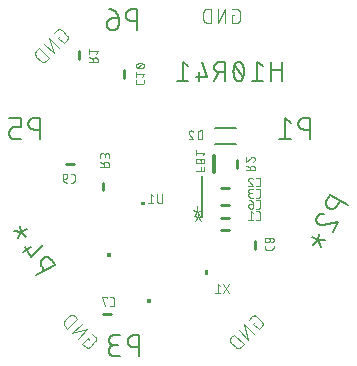
<source format=gbr>
G04 EAGLE Gerber RS-274X export*
G75*
%MOMM*%
%FSLAX34Y34*%
%LPD*%
%INSilkscreen Bottom*%
%IPPOS*%
%AMOC8*
5,1,8,0,0,1.08239X$1,22.5*%
G01*
%ADD10C,0.152400*%
%ADD11C,0.101600*%
%ADD12C,0.254000*%
%ADD13C,0.076200*%
%ADD14C,0.150000*%
%ADD15C,0.304800*%
%ADD16C,0.050800*%

G36*
X-13771Y130494D02*
X-13771Y130494D01*
X-13769Y130493D01*
X-13726Y130513D01*
X-13682Y130532D01*
X-13682Y130534D01*
X-13680Y130535D01*
X-13647Y130620D01*
X-13647Y133160D01*
X-13648Y133162D01*
X-13647Y133164D01*
X-13667Y133207D01*
X-13685Y133250D01*
X-13687Y133251D01*
X-13688Y133253D01*
X-13773Y133286D01*
X-17583Y133286D01*
X-17585Y133285D01*
X-17587Y133286D01*
X-17630Y133266D01*
X-17674Y133247D01*
X-17674Y133245D01*
X-17676Y133244D01*
X-17709Y133160D01*
X-17709Y130620D01*
X-17708Y130618D01*
X-17709Y130615D01*
X-17689Y130572D01*
X-17671Y130529D01*
X-17669Y130528D01*
X-17668Y130526D01*
X-17583Y130493D01*
X-13773Y130493D01*
X-13771Y130494D01*
G37*
G36*
X-43305Y85956D02*
X-43305Y85956D01*
X-43303Y85955D01*
X-43260Y85975D01*
X-43216Y85994D01*
X-43216Y85996D01*
X-43214Y85997D01*
X-43181Y86082D01*
X-43181Y89892D01*
X-43182Y89894D01*
X-43181Y89896D01*
X-43201Y89939D01*
X-43219Y89982D01*
X-43221Y89983D01*
X-43222Y89985D01*
X-43307Y90018D01*
X-45847Y90018D01*
X-45849Y90017D01*
X-45851Y90018D01*
X-45894Y89998D01*
X-45938Y89979D01*
X-45938Y89977D01*
X-45940Y89976D01*
X-45973Y89892D01*
X-45973Y86082D01*
X-45972Y86080D01*
X-45973Y86077D01*
X-45953Y86034D01*
X-45935Y85991D01*
X-45933Y85990D01*
X-45932Y85988D01*
X-45847Y85955D01*
X-43307Y85955D01*
X-43305Y85956D01*
G37*
G36*
X39499Y70953D02*
X39499Y70953D01*
X39501Y70952D01*
X39544Y70972D01*
X39588Y70991D01*
X39588Y70993D01*
X39590Y70994D01*
X39623Y71079D01*
X39623Y74889D01*
X39622Y74891D01*
X39623Y74893D01*
X39603Y74936D01*
X39585Y74979D01*
X39583Y74980D01*
X39582Y74982D01*
X39497Y75015D01*
X36957Y75015D01*
X36955Y75014D01*
X36953Y75015D01*
X36910Y74995D01*
X36866Y74976D01*
X36866Y74974D01*
X36864Y74973D01*
X36831Y74889D01*
X36831Y71079D01*
X36832Y71077D01*
X36831Y71074D01*
X36851Y71031D01*
X36869Y70988D01*
X36871Y70987D01*
X36872Y70985D01*
X36957Y70952D01*
X39497Y70952D01*
X39499Y70953D01*
G37*
G36*
X-8770Y47690D02*
X-8770Y47690D01*
X-8768Y47689D01*
X-8725Y47709D01*
X-8681Y47728D01*
X-8681Y47730D01*
X-8679Y47731D01*
X-8646Y47816D01*
X-8646Y50356D01*
X-8647Y50358D01*
X-8646Y50360D01*
X-8666Y50403D01*
X-8684Y50446D01*
X-8686Y50447D01*
X-8687Y50449D01*
X-8772Y50482D01*
X-12582Y50482D01*
X-12584Y50481D01*
X-12586Y50482D01*
X-12629Y50462D01*
X-12673Y50443D01*
X-12673Y50441D01*
X-12675Y50440D01*
X-12708Y50356D01*
X-12708Y47816D01*
X-12707Y47814D01*
X-12708Y47811D01*
X-12688Y47768D01*
X-12670Y47725D01*
X-12668Y47724D01*
X-12667Y47722D01*
X-12582Y47689D01*
X-8772Y47689D01*
X-8770Y47690D01*
G37*
D10*
X101691Y235395D02*
X101691Y251651D01*
X101691Y244426D02*
X92660Y244426D01*
X92660Y251651D02*
X92660Y235395D01*
X85539Y248038D02*
X81024Y251651D01*
X81024Y235395D01*
X85539Y235395D02*
X76508Y235395D01*
X69908Y243523D02*
X69904Y243843D01*
X69893Y244162D01*
X69874Y244482D01*
X69847Y244800D01*
X69813Y245118D01*
X69771Y245435D01*
X69721Y245751D01*
X69664Y246066D01*
X69600Y246379D01*
X69528Y246691D01*
X69449Y247001D01*
X69362Y247308D01*
X69268Y247614D01*
X69167Y247917D01*
X69058Y248218D01*
X68943Y248516D01*
X68820Y248812D01*
X68690Y249104D01*
X68553Y249393D01*
X68514Y249501D01*
X68471Y249608D01*
X68425Y249713D01*
X68374Y249817D01*
X68321Y249919D01*
X68264Y250019D01*
X68203Y250117D01*
X68139Y250212D01*
X68072Y250306D01*
X68001Y250397D01*
X67928Y250486D01*
X67851Y250572D01*
X67772Y250655D01*
X67690Y250736D01*
X67605Y250814D01*
X67517Y250888D01*
X67427Y250960D01*
X67335Y251028D01*
X67240Y251094D01*
X67143Y251156D01*
X67044Y251214D01*
X66942Y251270D01*
X66840Y251321D01*
X66735Y251369D01*
X66629Y251414D01*
X66521Y251455D01*
X66412Y251492D01*
X66302Y251525D01*
X66190Y251554D01*
X66078Y251580D01*
X65965Y251602D01*
X65851Y251619D01*
X65737Y251633D01*
X65622Y251643D01*
X65507Y251649D01*
X65392Y251651D01*
X65277Y251649D01*
X65162Y251643D01*
X65047Y251633D01*
X64933Y251619D01*
X64819Y251602D01*
X64706Y251580D01*
X64594Y251554D01*
X64482Y251525D01*
X64372Y251492D01*
X64263Y251455D01*
X64155Y251414D01*
X64049Y251369D01*
X63945Y251321D01*
X63842Y251270D01*
X63741Y251214D01*
X63641Y251156D01*
X63544Y251094D01*
X63450Y251029D01*
X63357Y250960D01*
X63267Y250888D01*
X63179Y250814D01*
X63094Y250736D01*
X63012Y250655D01*
X62933Y250572D01*
X62856Y250486D01*
X62783Y250397D01*
X62712Y250306D01*
X62645Y250212D01*
X62581Y250117D01*
X62520Y250019D01*
X62463Y249919D01*
X62410Y249817D01*
X62359Y249713D01*
X62313Y249608D01*
X62270Y249501D01*
X62231Y249393D01*
X62232Y249393D02*
X62095Y249104D01*
X61965Y248812D01*
X61842Y248516D01*
X61727Y248218D01*
X61618Y247917D01*
X61517Y247614D01*
X61423Y247308D01*
X61336Y247001D01*
X61257Y246691D01*
X61185Y246379D01*
X61121Y246066D01*
X61064Y245751D01*
X61014Y245435D01*
X60972Y245118D01*
X60938Y244800D01*
X60911Y244482D01*
X60892Y244162D01*
X60881Y243843D01*
X60877Y243523D01*
X69907Y243523D02*
X69903Y243203D01*
X69892Y242884D01*
X69873Y242564D01*
X69846Y242246D01*
X69812Y241928D01*
X69770Y241611D01*
X69720Y241295D01*
X69663Y240980D01*
X69599Y240667D01*
X69527Y240355D01*
X69448Y240045D01*
X69361Y239738D01*
X69267Y239432D01*
X69166Y239129D01*
X69057Y238828D01*
X68942Y238530D01*
X68819Y238234D01*
X68689Y237942D01*
X68552Y237653D01*
X68553Y237652D02*
X68514Y237544D01*
X68471Y237437D01*
X68425Y237332D01*
X68374Y237228D01*
X68321Y237126D01*
X68264Y237026D01*
X68203Y236928D01*
X68139Y236833D01*
X68072Y236739D01*
X68001Y236648D01*
X67928Y236559D01*
X67851Y236473D01*
X67772Y236390D01*
X67690Y236309D01*
X67605Y236231D01*
X67517Y236157D01*
X67427Y236085D01*
X67334Y236016D01*
X67240Y235951D01*
X67143Y235889D01*
X67043Y235831D01*
X66942Y235775D01*
X66840Y235724D01*
X66735Y235676D01*
X66629Y235631D01*
X66521Y235590D01*
X66412Y235553D01*
X66302Y235520D01*
X66190Y235491D01*
X66078Y235465D01*
X65965Y235443D01*
X65851Y235426D01*
X65737Y235412D01*
X65622Y235402D01*
X65507Y235396D01*
X65392Y235394D01*
X62232Y237653D02*
X62095Y237942D01*
X61965Y238234D01*
X61842Y238530D01*
X61727Y238828D01*
X61618Y239129D01*
X61517Y239432D01*
X61423Y239738D01*
X61336Y240045D01*
X61257Y240355D01*
X61185Y240667D01*
X61121Y240980D01*
X61064Y241295D01*
X61014Y241611D01*
X60972Y241928D01*
X60938Y242246D01*
X60911Y242564D01*
X60892Y242884D01*
X60881Y243203D01*
X60877Y243523D01*
X62231Y237652D02*
X62270Y237544D01*
X62313Y237437D01*
X62359Y237332D01*
X62410Y237228D01*
X62463Y237126D01*
X62521Y237026D01*
X62581Y236928D01*
X62645Y236833D01*
X62712Y236739D01*
X62783Y236648D01*
X62856Y236559D01*
X62933Y236473D01*
X63012Y236390D01*
X63094Y236309D01*
X63179Y236231D01*
X63267Y236157D01*
X63357Y236085D01*
X63450Y236016D01*
X63544Y235951D01*
X63641Y235889D01*
X63741Y235831D01*
X63842Y235775D01*
X63945Y235724D01*
X64049Y235676D01*
X64155Y235631D01*
X64263Y235590D01*
X64372Y235553D01*
X64482Y235520D01*
X64594Y235491D01*
X64706Y235465D01*
X64819Y235443D01*
X64933Y235426D01*
X65047Y235412D01*
X65162Y235402D01*
X65277Y235396D01*
X65392Y235394D01*
X69005Y239007D02*
X61780Y248038D01*
X53664Y251651D02*
X53664Y235395D01*
X53664Y251651D02*
X49148Y251651D01*
X49015Y251649D01*
X48883Y251643D01*
X48751Y251633D01*
X48619Y251620D01*
X48487Y251602D01*
X48357Y251581D01*
X48226Y251556D01*
X48097Y251527D01*
X47969Y251494D01*
X47841Y251458D01*
X47715Y251418D01*
X47590Y251374D01*
X47466Y251326D01*
X47344Y251275D01*
X47223Y251220D01*
X47104Y251162D01*
X46986Y251100D01*
X46871Y251035D01*
X46757Y250966D01*
X46646Y250895D01*
X46537Y250819D01*
X46430Y250741D01*
X46325Y250660D01*
X46223Y250575D01*
X46123Y250488D01*
X46026Y250398D01*
X45931Y250305D01*
X45840Y250209D01*
X45751Y250111D01*
X45665Y250010D01*
X45582Y249906D01*
X45502Y249800D01*
X45426Y249692D01*
X45352Y249582D01*
X45282Y249469D01*
X45215Y249355D01*
X45152Y249238D01*
X45092Y249120D01*
X45035Y249000D01*
X44982Y248878D01*
X44933Y248755D01*
X44887Y248631D01*
X44845Y248505D01*
X44807Y248378D01*
X44772Y248250D01*
X44741Y248121D01*
X44714Y247992D01*
X44691Y247861D01*
X44671Y247730D01*
X44656Y247598D01*
X44644Y247466D01*
X44636Y247334D01*
X44632Y247201D01*
X44632Y247069D01*
X44636Y246936D01*
X44644Y246804D01*
X44656Y246672D01*
X44671Y246540D01*
X44691Y246409D01*
X44714Y246278D01*
X44741Y246149D01*
X44772Y246020D01*
X44807Y245892D01*
X44845Y245765D01*
X44887Y245639D01*
X44933Y245515D01*
X44982Y245392D01*
X45035Y245270D01*
X45092Y245150D01*
X45152Y245032D01*
X45215Y244915D01*
X45282Y244801D01*
X45352Y244688D01*
X45426Y244578D01*
X45502Y244470D01*
X45582Y244364D01*
X45665Y244260D01*
X45751Y244159D01*
X45840Y244061D01*
X45931Y243965D01*
X46026Y243872D01*
X46123Y243782D01*
X46223Y243695D01*
X46325Y243610D01*
X46430Y243529D01*
X46537Y243451D01*
X46646Y243375D01*
X46757Y243304D01*
X46871Y243235D01*
X46986Y243170D01*
X47104Y243108D01*
X47223Y243050D01*
X47344Y242995D01*
X47466Y242944D01*
X47590Y242896D01*
X47715Y242852D01*
X47841Y242812D01*
X47969Y242776D01*
X48097Y242743D01*
X48226Y242714D01*
X48357Y242689D01*
X48487Y242668D01*
X48619Y242650D01*
X48751Y242637D01*
X48883Y242627D01*
X49015Y242621D01*
X49148Y242619D01*
X53664Y242619D01*
X48245Y242619D02*
X44633Y235395D01*
X38124Y239007D02*
X34512Y251651D01*
X38124Y239007D02*
X29093Y239007D01*
X31803Y242619D02*
X31803Y235395D01*
X22493Y248038D02*
X17978Y251651D01*
X17978Y235395D01*
X22493Y235395D02*
X13462Y235395D01*
X142282Y138876D02*
X157680Y129986D01*
X142282Y138876D02*
X139812Y134599D01*
X139813Y134599D02*
X139745Y134476D01*
X139680Y134353D01*
X139619Y134227D01*
X139561Y134099D01*
X139507Y133971D01*
X139457Y133840D01*
X139410Y133708D01*
X139367Y133575D01*
X139328Y133441D01*
X139293Y133306D01*
X139262Y133170D01*
X139234Y133032D01*
X139211Y132895D01*
X139191Y132756D01*
X139175Y132617D01*
X139163Y132478D01*
X139155Y132339D01*
X139151Y132199D01*
X139151Y132059D01*
X139155Y131919D01*
X139163Y131780D01*
X139175Y131641D01*
X139191Y131502D01*
X139211Y131363D01*
X139234Y131226D01*
X139262Y131088D01*
X139293Y130952D01*
X139328Y130817D01*
X139367Y130683D01*
X139410Y130550D01*
X139457Y130418D01*
X139507Y130287D01*
X139561Y130159D01*
X139619Y130031D01*
X139680Y129905D01*
X139745Y129782D01*
X139813Y129659D01*
X139884Y129539D01*
X139959Y129421D01*
X140038Y129306D01*
X140119Y129192D01*
X140204Y129081D01*
X140292Y128972D01*
X140382Y128866D01*
X140476Y128762D01*
X140573Y128661D01*
X140673Y128563D01*
X140775Y128468D01*
X140880Y128376D01*
X140987Y128286D01*
X141097Y128200D01*
X141210Y128117D01*
X141324Y128037D01*
X141441Y127960D01*
X141560Y127887D01*
X141681Y127817D01*
X141804Y127751D01*
X141929Y127688D01*
X142056Y127628D01*
X142184Y127573D01*
X142314Y127521D01*
X142445Y127472D01*
X142577Y127427D01*
X142711Y127386D01*
X142845Y127349D01*
X142981Y127316D01*
X143118Y127287D01*
X143255Y127261D01*
X143393Y127239D01*
X143532Y127222D01*
X143671Y127208D01*
X143811Y127198D01*
X143950Y127192D01*
X144090Y127190D01*
X144230Y127192D01*
X144369Y127198D01*
X144509Y127208D01*
X144648Y127222D01*
X144787Y127239D01*
X144925Y127261D01*
X145062Y127287D01*
X145199Y127316D01*
X145335Y127349D01*
X145469Y127387D01*
X145603Y127427D01*
X145735Y127472D01*
X145867Y127521D01*
X145996Y127573D01*
X146124Y127628D01*
X146251Y127688D01*
X146376Y127751D01*
X146499Y127817D01*
X146620Y127887D01*
X146739Y127960D01*
X146856Y128037D01*
X146970Y128117D01*
X147083Y128200D01*
X147193Y128286D01*
X147300Y128376D01*
X147405Y128468D01*
X147507Y128563D01*
X147607Y128661D01*
X147704Y128762D01*
X147798Y128866D01*
X147888Y128972D01*
X147976Y129081D01*
X148061Y129192D01*
X148142Y129306D01*
X148221Y129421D01*
X148296Y129539D01*
X148367Y129660D01*
X150836Y133937D01*
X131568Y120320D02*
X131503Y120204D01*
X131443Y120088D01*
X131385Y119969D01*
X131332Y119849D01*
X131282Y119727D01*
X131235Y119604D01*
X131192Y119479D01*
X131153Y119353D01*
X131118Y119226D01*
X131086Y119098D01*
X131058Y118970D01*
X131035Y118840D01*
X131014Y118710D01*
X130998Y118579D01*
X130986Y118448D01*
X130977Y118317D01*
X130973Y118185D01*
X130972Y118053D01*
X130975Y117921D01*
X130983Y117790D01*
X130994Y117659D01*
X131009Y117528D01*
X131027Y117397D01*
X131050Y117268D01*
X131077Y117139D01*
X131107Y117010D01*
X131141Y116883D01*
X131179Y116757D01*
X131220Y116632D01*
X131266Y116508D01*
X131315Y116386D01*
X131367Y116265D01*
X131423Y116146D01*
X131483Y116028D01*
X131546Y115913D01*
X131612Y115799D01*
X131682Y115687D01*
X131755Y115578D01*
X131831Y115470D01*
X131911Y115365D01*
X131993Y115262D01*
X132079Y115162D01*
X132167Y115064D01*
X132258Y114969D01*
X132352Y114877D01*
X132449Y114788D01*
X132549Y114701D01*
X132651Y114618D01*
X132755Y114537D01*
X132861Y114460D01*
X132970Y114386D01*
X133081Y114315D01*
X133195Y114248D01*
X131568Y120320D02*
X131645Y120448D01*
X131725Y120575D01*
X131808Y120699D01*
X131894Y120821D01*
X131984Y120941D01*
X132076Y121059D01*
X132172Y121174D01*
X132271Y121286D01*
X132372Y121396D01*
X132477Y121503D01*
X132584Y121608D01*
X132694Y121709D01*
X132806Y121808D01*
X132921Y121903D01*
X133039Y121996D01*
X133159Y122085D01*
X133281Y122172D01*
X133405Y122255D01*
X133532Y122335D01*
X133661Y122411D01*
X133791Y122484D01*
X133924Y122554D01*
X134058Y122620D01*
X134194Y122682D01*
X134331Y122741D01*
X134470Y122797D01*
X134611Y122848D01*
X134752Y122896D01*
X134895Y122941D01*
X135039Y122981D01*
X135184Y123018D01*
X135330Y123051D01*
X135477Y123080D01*
X135624Y123105D01*
X135773Y123127D01*
X135921Y123144D01*
X136070Y123158D01*
X136219Y123167D01*
X136369Y123173D01*
X136519Y123175D01*
X136668Y123173D01*
X136818Y123167D01*
X136967Y123157D01*
X137116Y123143D01*
X137264Y123125D01*
X137413Y123104D01*
X137560Y123078D01*
X137707Y123049D01*
X136930Y113802D02*
X136801Y113766D01*
X136672Y113734D01*
X136542Y113705D01*
X136411Y113680D01*
X136279Y113659D01*
X136147Y113642D01*
X136014Y113628D01*
X135882Y113617D01*
X135748Y113611D01*
X135615Y113608D01*
X135482Y113609D01*
X135349Y113614D01*
X135216Y113622D01*
X135083Y113634D01*
X134950Y113650D01*
X134819Y113669D01*
X134687Y113693D01*
X134557Y113719D01*
X134427Y113750D01*
X134298Y113784D01*
X134170Y113822D01*
X134043Y113863D01*
X133918Y113907D01*
X133794Y113956D01*
X133671Y114007D01*
X133549Y114062D01*
X133429Y114121D01*
X133311Y114183D01*
X133195Y114248D01*
X136930Y113802D02*
X149682Y116134D01*
X144743Y107580D01*
X132570Y100324D02*
X127438Y103287D01*
X132570Y100324D02*
X134691Y95108D01*
X132570Y100324D02*
X138149Y101096D01*
X132570Y100324D02*
X128143Y96607D01*
X132570Y100324D02*
X133576Y106017D01*
X-90610Y79584D02*
X-106008Y70694D01*
X-90610Y79584D02*
X-93080Y83861D01*
X-93080Y83862D02*
X-93151Y83982D01*
X-93226Y84100D01*
X-93305Y84215D01*
X-93386Y84329D01*
X-93471Y84440D01*
X-93559Y84549D01*
X-93649Y84655D01*
X-93743Y84759D01*
X-93840Y84860D01*
X-93940Y84958D01*
X-94042Y85053D01*
X-94147Y85145D01*
X-94254Y85235D01*
X-94364Y85321D01*
X-94477Y85404D01*
X-94591Y85484D01*
X-94708Y85561D01*
X-94827Y85634D01*
X-94948Y85704D01*
X-95071Y85770D01*
X-95196Y85833D01*
X-95323Y85893D01*
X-95451Y85948D01*
X-95581Y86000D01*
X-95712Y86049D01*
X-95844Y86094D01*
X-95978Y86135D01*
X-96112Y86172D01*
X-96248Y86205D01*
X-96385Y86234D01*
X-96522Y86260D01*
X-96660Y86282D01*
X-96799Y86299D01*
X-96938Y86313D01*
X-97078Y86323D01*
X-97217Y86329D01*
X-97357Y86331D01*
X-97497Y86329D01*
X-97636Y86323D01*
X-97776Y86313D01*
X-97915Y86299D01*
X-98054Y86282D01*
X-98192Y86260D01*
X-98329Y86234D01*
X-98466Y86205D01*
X-98602Y86172D01*
X-98736Y86134D01*
X-98870Y86094D01*
X-99002Y86049D01*
X-99134Y86000D01*
X-99263Y85948D01*
X-99391Y85893D01*
X-99518Y85833D01*
X-99643Y85770D01*
X-99766Y85704D01*
X-99887Y85634D01*
X-100006Y85561D01*
X-100123Y85484D01*
X-100237Y85404D01*
X-100350Y85321D01*
X-100460Y85235D01*
X-100567Y85145D01*
X-100672Y85053D01*
X-100774Y84958D01*
X-100874Y84860D01*
X-100971Y84759D01*
X-101065Y84655D01*
X-101155Y84549D01*
X-101243Y84440D01*
X-101328Y84329D01*
X-101409Y84215D01*
X-101488Y84100D01*
X-101563Y83982D01*
X-101634Y83861D01*
X-101702Y83739D01*
X-101767Y83616D01*
X-101828Y83490D01*
X-101886Y83362D01*
X-101940Y83234D01*
X-101990Y83103D01*
X-102037Y82971D01*
X-102080Y82838D01*
X-102119Y82704D01*
X-102154Y82569D01*
X-102185Y82433D01*
X-102213Y82295D01*
X-102236Y82158D01*
X-102256Y82019D01*
X-102272Y81880D01*
X-102284Y81741D01*
X-102292Y81602D01*
X-102296Y81462D01*
X-102296Y81322D01*
X-102292Y81182D01*
X-102284Y81043D01*
X-102272Y80904D01*
X-102256Y80765D01*
X-102236Y80626D01*
X-102213Y80488D01*
X-102185Y80351D01*
X-102154Y80215D01*
X-102119Y80080D01*
X-102080Y79946D01*
X-102037Y79813D01*
X-101990Y79681D01*
X-101940Y79550D01*
X-101886Y79421D01*
X-101828Y79294D01*
X-101767Y79168D01*
X-101702Y79045D01*
X-101634Y78922D01*
X-99165Y74645D01*
X-110584Y86522D02*
X-100584Y96858D01*
X-110584Y86522D02*
X-115523Y95076D01*
X-110620Y94485D02*
X-117463Y90534D01*
X-119142Y107270D02*
X-114009Y110234D01*
X-119142Y107270D02*
X-124720Y108042D01*
X-119142Y107270D02*
X-121263Y102054D01*
X-119142Y107270D02*
X-120147Y112963D01*
X-119142Y107270D02*
X-114714Y103553D01*
X-102951Y186373D02*
X-102951Y204153D01*
X-107890Y204153D01*
X-108030Y204151D01*
X-108169Y204145D01*
X-108309Y204135D01*
X-108448Y204121D01*
X-108587Y204104D01*
X-108725Y204082D01*
X-108862Y204056D01*
X-108999Y204027D01*
X-109135Y203994D01*
X-109269Y203957D01*
X-109403Y203916D01*
X-109535Y203871D01*
X-109667Y203822D01*
X-109796Y203770D01*
X-109924Y203715D01*
X-110051Y203655D01*
X-110176Y203592D01*
X-110299Y203526D01*
X-110420Y203456D01*
X-110539Y203383D01*
X-110656Y203306D01*
X-110770Y203226D01*
X-110883Y203143D01*
X-110993Y203057D01*
X-111100Y202967D01*
X-111205Y202875D01*
X-111307Y202780D01*
X-111407Y202682D01*
X-111504Y202581D01*
X-111598Y202477D01*
X-111688Y202371D01*
X-111776Y202262D01*
X-111861Y202151D01*
X-111942Y202037D01*
X-112021Y201922D01*
X-112096Y201804D01*
X-112167Y201684D01*
X-112235Y201561D01*
X-112300Y201438D01*
X-112361Y201312D01*
X-112419Y201184D01*
X-112473Y201056D01*
X-112523Y200925D01*
X-112570Y200793D01*
X-112613Y200660D01*
X-112652Y200526D01*
X-112687Y200391D01*
X-112718Y200255D01*
X-112746Y200117D01*
X-112769Y199980D01*
X-112789Y199841D01*
X-112805Y199702D01*
X-112817Y199563D01*
X-112825Y199424D01*
X-112829Y199284D01*
X-112829Y199144D01*
X-112825Y199004D01*
X-112817Y198865D01*
X-112805Y198726D01*
X-112789Y198587D01*
X-112769Y198448D01*
X-112746Y198311D01*
X-112718Y198173D01*
X-112687Y198037D01*
X-112652Y197902D01*
X-112613Y197768D01*
X-112570Y197635D01*
X-112523Y197503D01*
X-112473Y197372D01*
X-112419Y197244D01*
X-112361Y197116D01*
X-112300Y196990D01*
X-112235Y196867D01*
X-112167Y196744D01*
X-112096Y196624D01*
X-112021Y196506D01*
X-111942Y196391D01*
X-111861Y196277D01*
X-111776Y196166D01*
X-111688Y196057D01*
X-111598Y195951D01*
X-111504Y195847D01*
X-111407Y195746D01*
X-111307Y195648D01*
X-111205Y195553D01*
X-111100Y195461D01*
X-110993Y195371D01*
X-110883Y195285D01*
X-110770Y195202D01*
X-110656Y195122D01*
X-110539Y195045D01*
X-110420Y194972D01*
X-110299Y194902D01*
X-110176Y194836D01*
X-110051Y194773D01*
X-109924Y194713D01*
X-109796Y194658D01*
X-109667Y194606D01*
X-109535Y194557D01*
X-109403Y194512D01*
X-109269Y194471D01*
X-109135Y194434D01*
X-108999Y194401D01*
X-108862Y194372D01*
X-108725Y194346D01*
X-108587Y194324D01*
X-108448Y194307D01*
X-108309Y194293D01*
X-108169Y194283D01*
X-108030Y194277D01*
X-107890Y194275D01*
X-102951Y194275D01*
X-118946Y186373D02*
X-124873Y186373D01*
X-124997Y186375D01*
X-125121Y186381D01*
X-125245Y186391D01*
X-125368Y186404D01*
X-125491Y186422D01*
X-125613Y186443D01*
X-125735Y186468D01*
X-125856Y186497D01*
X-125975Y186530D01*
X-126094Y186566D01*
X-126211Y186607D01*
X-126327Y186650D01*
X-126442Y186698D01*
X-126555Y186749D01*
X-126667Y186804D01*
X-126776Y186862D01*
X-126884Y186923D01*
X-126990Y186988D01*
X-127094Y187056D01*
X-127195Y187128D01*
X-127295Y187202D01*
X-127391Y187280D01*
X-127486Y187360D01*
X-127578Y187444D01*
X-127667Y187530D01*
X-127753Y187619D01*
X-127837Y187711D01*
X-127917Y187806D01*
X-127995Y187902D01*
X-128069Y188002D01*
X-128141Y188103D01*
X-128209Y188207D01*
X-128274Y188313D01*
X-128335Y188421D01*
X-128393Y188530D01*
X-128448Y188642D01*
X-128499Y188755D01*
X-128547Y188870D01*
X-128590Y188986D01*
X-128631Y189103D01*
X-128667Y189222D01*
X-128700Y189341D01*
X-128729Y189462D01*
X-128754Y189584D01*
X-128775Y189706D01*
X-128793Y189829D01*
X-128806Y189952D01*
X-128816Y190076D01*
X-128822Y190200D01*
X-128824Y190324D01*
X-128824Y192299D01*
X-128822Y192423D01*
X-128816Y192547D01*
X-128806Y192671D01*
X-128793Y192794D01*
X-128775Y192917D01*
X-128754Y193039D01*
X-128729Y193161D01*
X-128700Y193282D01*
X-128667Y193401D01*
X-128631Y193520D01*
X-128590Y193637D01*
X-128547Y193753D01*
X-128499Y193868D01*
X-128448Y193981D01*
X-128393Y194093D01*
X-128335Y194202D01*
X-128274Y194310D01*
X-128209Y194416D01*
X-128141Y194520D01*
X-128069Y194621D01*
X-127995Y194721D01*
X-127917Y194817D01*
X-127837Y194912D01*
X-127753Y195004D01*
X-127667Y195093D01*
X-127578Y195179D01*
X-127486Y195263D01*
X-127391Y195343D01*
X-127295Y195421D01*
X-127195Y195495D01*
X-127094Y195567D01*
X-126990Y195635D01*
X-126884Y195700D01*
X-126776Y195761D01*
X-126667Y195819D01*
X-126555Y195874D01*
X-126442Y195925D01*
X-126327Y195973D01*
X-126211Y196016D01*
X-126094Y196057D01*
X-125975Y196093D01*
X-125856Y196126D01*
X-125735Y196155D01*
X-125613Y196180D01*
X-125491Y196201D01*
X-125368Y196219D01*
X-125245Y196232D01*
X-125121Y196242D01*
X-124997Y196248D01*
X-124873Y196250D01*
X-118946Y196250D01*
X-118946Y204153D01*
X-128824Y204153D01*
X125649Y204153D02*
X125649Y186373D01*
X125649Y204153D02*
X120710Y204153D01*
X120570Y204151D01*
X120431Y204145D01*
X120291Y204135D01*
X120152Y204121D01*
X120013Y204104D01*
X119875Y204082D01*
X119738Y204056D01*
X119601Y204027D01*
X119465Y203994D01*
X119331Y203957D01*
X119197Y203916D01*
X119065Y203871D01*
X118933Y203822D01*
X118804Y203770D01*
X118676Y203715D01*
X118549Y203655D01*
X118424Y203592D01*
X118301Y203526D01*
X118180Y203456D01*
X118061Y203383D01*
X117944Y203306D01*
X117830Y203226D01*
X117717Y203143D01*
X117607Y203057D01*
X117500Y202967D01*
X117395Y202875D01*
X117293Y202780D01*
X117193Y202682D01*
X117096Y202581D01*
X117002Y202477D01*
X116912Y202371D01*
X116824Y202262D01*
X116739Y202151D01*
X116658Y202037D01*
X116579Y201922D01*
X116504Y201804D01*
X116433Y201684D01*
X116365Y201561D01*
X116300Y201438D01*
X116239Y201312D01*
X116181Y201184D01*
X116127Y201056D01*
X116077Y200925D01*
X116030Y200793D01*
X115987Y200660D01*
X115948Y200526D01*
X115913Y200391D01*
X115882Y200255D01*
X115854Y200117D01*
X115831Y199980D01*
X115811Y199841D01*
X115795Y199702D01*
X115783Y199563D01*
X115775Y199424D01*
X115771Y199284D01*
X115771Y199144D01*
X115775Y199004D01*
X115783Y198865D01*
X115795Y198726D01*
X115811Y198587D01*
X115831Y198448D01*
X115854Y198311D01*
X115882Y198173D01*
X115913Y198037D01*
X115948Y197902D01*
X115987Y197768D01*
X116030Y197635D01*
X116077Y197503D01*
X116127Y197372D01*
X116181Y197244D01*
X116239Y197116D01*
X116300Y196990D01*
X116365Y196867D01*
X116433Y196744D01*
X116504Y196624D01*
X116579Y196506D01*
X116658Y196391D01*
X116739Y196277D01*
X116824Y196166D01*
X116912Y196057D01*
X117002Y195951D01*
X117096Y195847D01*
X117193Y195746D01*
X117293Y195648D01*
X117395Y195553D01*
X117500Y195461D01*
X117607Y195371D01*
X117717Y195285D01*
X117830Y195202D01*
X117944Y195122D01*
X118061Y195045D01*
X118180Y194972D01*
X118301Y194902D01*
X118424Y194836D01*
X118549Y194773D01*
X118676Y194713D01*
X118804Y194658D01*
X118933Y194606D01*
X119065Y194557D01*
X119197Y194512D01*
X119331Y194471D01*
X119465Y194434D01*
X119601Y194401D01*
X119738Y194372D01*
X119875Y194346D01*
X120013Y194324D01*
X120152Y194307D01*
X120291Y194293D01*
X120431Y194283D01*
X120570Y194277D01*
X120710Y194275D01*
X125649Y194275D01*
X109654Y200201D02*
X104715Y204153D01*
X104715Y186373D01*
X109654Y186373D02*
X99776Y186373D01*
D11*
X30381Y129110D02*
X30381Y124707D01*
X27813Y121405D01*
X30381Y124707D02*
X32949Y121405D01*
X30381Y124707D02*
X26345Y126175D01*
X30381Y124707D02*
X34417Y126175D01*
D10*
X-20401Y278448D02*
X-20401Y296228D01*
X-25340Y296228D01*
X-25480Y296226D01*
X-25619Y296220D01*
X-25759Y296210D01*
X-25898Y296196D01*
X-26037Y296179D01*
X-26175Y296157D01*
X-26312Y296131D01*
X-26449Y296102D01*
X-26585Y296069D01*
X-26719Y296032D01*
X-26853Y295991D01*
X-26985Y295946D01*
X-27117Y295897D01*
X-27246Y295845D01*
X-27374Y295790D01*
X-27501Y295730D01*
X-27626Y295667D01*
X-27749Y295601D01*
X-27870Y295531D01*
X-27989Y295458D01*
X-28106Y295381D01*
X-28220Y295301D01*
X-28333Y295218D01*
X-28443Y295132D01*
X-28550Y295042D01*
X-28655Y294950D01*
X-28757Y294855D01*
X-28857Y294757D01*
X-28954Y294656D01*
X-29048Y294552D01*
X-29138Y294446D01*
X-29226Y294337D01*
X-29311Y294226D01*
X-29392Y294112D01*
X-29471Y293997D01*
X-29546Y293879D01*
X-29617Y293759D01*
X-29685Y293636D01*
X-29750Y293513D01*
X-29811Y293387D01*
X-29869Y293259D01*
X-29923Y293131D01*
X-29973Y293000D01*
X-30020Y292868D01*
X-30063Y292735D01*
X-30102Y292601D01*
X-30137Y292466D01*
X-30168Y292330D01*
X-30196Y292192D01*
X-30219Y292055D01*
X-30239Y291916D01*
X-30255Y291777D01*
X-30267Y291638D01*
X-30275Y291499D01*
X-30279Y291359D01*
X-30279Y291219D01*
X-30275Y291079D01*
X-30267Y290940D01*
X-30255Y290801D01*
X-30239Y290662D01*
X-30219Y290523D01*
X-30196Y290386D01*
X-30168Y290248D01*
X-30137Y290112D01*
X-30102Y289977D01*
X-30063Y289843D01*
X-30020Y289710D01*
X-29973Y289578D01*
X-29923Y289447D01*
X-29869Y289319D01*
X-29811Y289191D01*
X-29750Y289065D01*
X-29685Y288942D01*
X-29617Y288820D01*
X-29546Y288699D01*
X-29471Y288581D01*
X-29392Y288466D01*
X-29311Y288352D01*
X-29226Y288241D01*
X-29138Y288132D01*
X-29048Y288026D01*
X-28954Y287922D01*
X-28857Y287821D01*
X-28757Y287723D01*
X-28655Y287628D01*
X-28550Y287536D01*
X-28443Y287446D01*
X-28333Y287360D01*
X-28220Y287277D01*
X-28106Y287197D01*
X-27989Y287120D01*
X-27870Y287047D01*
X-27749Y286977D01*
X-27626Y286911D01*
X-27501Y286848D01*
X-27374Y286788D01*
X-27246Y286733D01*
X-27117Y286681D01*
X-26985Y286632D01*
X-26853Y286587D01*
X-26719Y286546D01*
X-26585Y286509D01*
X-26449Y286476D01*
X-26312Y286447D01*
X-26175Y286421D01*
X-26037Y286399D01*
X-25898Y286382D01*
X-25759Y286368D01*
X-25619Y286358D01*
X-25480Y286352D01*
X-25340Y286350D01*
X-20401Y286350D01*
X-36396Y288325D02*
X-42323Y288325D01*
X-42447Y288323D01*
X-42571Y288317D01*
X-42695Y288307D01*
X-42818Y288294D01*
X-42941Y288276D01*
X-43063Y288255D01*
X-43185Y288230D01*
X-43306Y288201D01*
X-43425Y288168D01*
X-43544Y288132D01*
X-43661Y288091D01*
X-43777Y288048D01*
X-43892Y288000D01*
X-44005Y287949D01*
X-44117Y287894D01*
X-44226Y287836D01*
X-44334Y287775D01*
X-44440Y287710D01*
X-44544Y287642D01*
X-44645Y287570D01*
X-44745Y287496D01*
X-44841Y287418D01*
X-44936Y287338D01*
X-45028Y287254D01*
X-45117Y287168D01*
X-45203Y287079D01*
X-45287Y286987D01*
X-45367Y286892D01*
X-45445Y286796D01*
X-45519Y286696D01*
X-45591Y286595D01*
X-45659Y286491D01*
X-45724Y286385D01*
X-45785Y286277D01*
X-45843Y286168D01*
X-45898Y286056D01*
X-45949Y285943D01*
X-45997Y285828D01*
X-46040Y285712D01*
X-46081Y285595D01*
X-46117Y285476D01*
X-46150Y285357D01*
X-46179Y285236D01*
X-46204Y285114D01*
X-46225Y284992D01*
X-46243Y284869D01*
X-46256Y284746D01*
X-46266Y284622D01*
X-46272Y284498D01*
X-46274Y284374D01*
X-46274Y283386D01*
X-46272Y283246D01*
X-46266Y283107D01*
X-46256Y282967D01*
X-46242Y282828D01*
X-46225Y282689D01*
X-46203Y282551D01*
X-46177Y282414D01*
X-46148Y282277D01*
X-46115Y282141D01*
X-46078Y282007D01*
X-46037Y281873D01*
X-45992Y281741D01*
X-45943Y281609D01*
X-45891Y281480D01*
X-45836Y281352D01*
X-45776Y281225D01*
X-45713Y281100D01*
X-45647Y280977D01*
X-45577Y280856D01*
X-45504Y280737D01*
X-45427Y280620D01*
X-45347Y280506D01*
X-45264Y280393D01*
X-45178Y280283D01*
X-45088Y280176D01*
X-44996Y280071D01*
X-44901Y279969D01*
X-44803Y279869D01*
X-44702Y279772D01*
X-44598Y279678D01*
X-44492Y279588D01*
X-44383Y279500D01*
X-44272Y279415D01*
X-44158Y279334D01*
X-44043Y279255D01*
X-43925Y279180D01*
X-43804Y279109D01*
X-43682Y279041D01*
X-43559Y278976D01*
X-43433Y278915D01*
X-43305Y278857D01*
X-43177Y278803D01*
X-43046Y278753D01*
X-42914Y278706D01*
X-42781Y278663D01*
X-42647Y278624D01*
X-42512Y278589D01*
X-42376Y278558D01*
X-42238Y278530D01*
X-42101Y278507D01*
X-41962Y278487D01*
X-41823Y278471D01*
X-41684Y278459D01*
X-41545Y278451D01*
X-41405Y278447D01*
X-41265Y278447D01*
X-41125Y278451D01*
X-40986Y278459D01*
X-40847Y278471D01*
X-40708Y278487D01*
X-40569Y278507D01*
X-40432Y278530D01*
X-40294Y278558D01*
X-40158Y278589D01*
X-40023Y278624D01*
X-39889Y278663D01*
X-39756Y278706D01*
X-39624Y278753D01*
X-39493Y278803D01*
X-39365Y278857D01*
X-39237Y278915D01*
X-39111Y278976D01*
X-38988Y279041D01*
X-38865Y279109D01*
X-38745Y279180D01*
X-38627Y279255D01*
X-38512Y279334D01*
X-38398Y279415D01*
X-38287Y279500D01*
X-38178Y279588D01*
X-38072Y279678D01*
X-37968Y279772D01*
X-37867Y279869D01*
X-37769Y279969D01*
X-37674Y280071D01*
X-37582Y280176D01*
X-37492Y280283D01*
X-37406Y280393D01*
X-37323Y280506D01*
X-37243Y280620D01*
X-37166Y280737D01*
X-37093Y280856D01*
X-37023Y280977D01*
X-36957Y281100D01*
X-36894Y281225D01*
X-36834Y281352D01*
X-36779Y281480D01*
X-36727Y281609D01*
X-36678Y281741D01*
X-36633Y281873D01*
X-36592Y282007D01*
X-36555Y282141D01*
X-36522Y282277D01*
X-36493Y282414D01*
X-36467Y282551D01*
X-36445Y282689D01*
X-36428Y282828D01*
X-36414Y282967D01*
X-36404Y283107D01*
X-36398Y283246D01*
X-36396Y283386D01*
X-36396Y288325D01*
X-36398Y288519D01*
X-36406Y288713D01*
X-36417Y288906D01*
X-36434Y289100D01*
X-36455Y289292D01*
X-36482Y289484D01*
X-36512Y289676D01*
X-36548Y289867D01*
X-36588Y290056D01*
X-36633Y290245D01*
X-36682Y290433D01*
X-36736Y290619D01*
X-36795Y290804D01*
X-36858Y290987D01*
X-36925Y291169D01*
X-36998Y291349D01*
X-37074Y291527D01*
X-37155Y291704D01*
X-37240Y291878D01*
X-37329Y292050D01*
X-37423Y292220D01*
X-37520Y292387D01*
X-37622Y292553D01*
X-37728Y292715D01*
X-37837Y292875D01*
X-37951Y293032D01*
X-38068Y293187D01*
X-38190Y293338D01*
X-38315Y293486D01*
X-38443Y293632D01*
X-38575Y293774D01*
X-38710Y293913D01*
X-38849Y294048D01*
X-38991Y294180D01*
X-39137Y294308D01*
X-39285Y294433D01*
X-39436Y294555D01*
X-39591Y294672D01*
X-39748Y294786D01*
X-39908Y294895D01*
X-40070Y295001D01*
X-40236Y295103D01*
X-40403Y295200D01*
X-40573Y295294D01*
X-40745Y295383D01*
X-40919Y295468D01*
X-41096Y295549D01*
X-41274Y295625D01*
X-41454Y295698D01*
X-41636Y295765D01*
X-41819Y295828D01*
X-42004Y295887D01*
X-42190Y295941D01*
X-42378Y295990D01*
X-42567Y296035D01*
X-42756Y296075D01*
X-42947Y296111D01*
X-43139Y296141D01*
X-43331Y296168D01*
X-43523Y296189D01*
X-43717Y296206D01*
X-43910Y296217D01*
X-44104Y296225D01*
X-44298Y296227D01*
D11*
X59746Y291162D02*
X61694Y291162D01*
X59746Y291162D02*
X59746Y284671D01*
X63641Y284671D01*
X63740Y284673D01*
X63840Y284679D01*
X63939Y284688D01*
X64037Y284701D01*
X64135Y284718D01*
X64233Y284739D01*
X64329Y284764D01*
X64424Y284792D01*
X64518Y284824D01*
X64611Y284859D01*
X64703Y284898D01*
X64793Y284941D01*
X64881Y284986D01*
X64968Y285036D01*
X65052Y285088D01*
X65135Y285144D01*
X65215Y285202D01*
X65293Y285264D01*
X65368Y285329D01*
X65441Y285397D01*
X65511Y285467D01*
X65579Y285540D01*
X65644Y285615D01*
X65706Y285693D01*
X65764Y285773D01*
X65820Y285856D01*
X65872Y285940D01*
X65922Y286027D01*
X65967Y286115D01*
X66010Y286205D01*
X66049Y286297D01*
X66084Y286390D01*
X66116Y286484D01*
X66144Y286579D01*
X66169Y286675D01*
X66190Y286773D01*
X66207Y286871D01*
X66220Y286969D01*
X66229Y287068D01*
X66235Y287168D01*
X66237Y287267D01*
X66238Y287267D02*
X66238Y293758D01*
X66237Y293758D02*
X66235Y293857D01*
X66229Y293957D01*
X66220Y294056D01*
X66207Y294154D01*
X66190Y294252D01*
X66169Y294350D01*
X66144Y294446D01*
X66116Y294541D01*
X66084Y294635D01*
X66049Y294728D01*
X66010Y294820D01*
X65967Y294910D01*
X65922Y294998D01*
X65872Y295085D01*
X65820Y295169D01*
X65764Y295252D01*
X65706Y295332D01*
X65644Y295410D01*
X65579Y295485D01*
X65511Y295558D01*
X65441Y295628D01*
X65368Y295696D01*
X65293Y295761D01*
X65215Y295823D01*
X65135Y295881D01*
X65052Y295937D01*
X64968Y295989D01*
X64881Y296039D01*
X64793Y296084D01*
X64703Y296127D01*
X64611Y296166D01*
X64518Y296201D01*
X64424Y296233D01*
X64329Y296261D01*
X64233Y296286D01*
X64135Y296307D01*
X64037Y296324D01*
X63939Y296337D01*
X63840Y296346D01*
X63740Y296352D01*
X63641Y296354D01*
X63641Y296355D02*
X59746Y296355D01*
X54046Y296355D02*
X54046Y284671D01*
X47554Y284671D02*
X54046Y296355D01*
X47554Y296355D02*
X47554Y284671D01*
X41854Y284671D02*
X41854Y296355D01*
X38608Y296355D01*
X38495Y296353D01*
X38382Y296347D01*
X38269Y296337D01*
X38156Y296323D01*
X38044Y296306D01*
X37933Y296284D01*
X37823Y296259D01*
X37713Y296229D01*
X37605Y296196D01*
X37498Y296159D01*
X37392Y296119D01*
X37288Y296074D01*
X37185Y296026D01*
X37084Y295975D01*
X36985Y295920D01*
X36888Y295862D01*
X36793Y295800D01*
X36700Y295735D01*
X36610Y295667D01*
X36522Y295596D01*
X36436Y295521D01*
X36353Y295444D01*
X36273Y295364D01*
X36196Y295281D01*
X36121Y295195D01*
X36050Y295107D01*
X35982Y295017D01*
X35917Y294924D01*
X35855Y294829D01*
X35797Y294732D01*
X35742Y294633D01*
X35691Y294532D01*
X35643Y294429D01*
X35598Y294325D01*
X35558Y294219D01*
X35521Y294112D01*
X35488Y294004D01*
X35458Y293894D01*
X35433Y293784D01*
X35411Y293673D01*
X35394Y293561D01*
X35380Y293448D01*
X35370Y293335D01*
X35364Y293222D01*
X35362Y293109D01*
X35362Y287916D01*
X35364Y287803D01*
X35370Y287690D01*
X35380Y287577D01*
X35394Y287464D01*
X35411Y287352D01*
X35433Y287241D01*
X35458Y287131D01*
X35488Y287021D01*
X35521Y286913D01*
X35558Y286806D01*
X35598Y286700D01*
X35643Y286596D01*
X35691Y286493D01*
X35742Y286392D01*
X35797Y286293D01*
X35855Y286196D01*
X35917Y286101D01*
X35982Y286008D01*
X36050Y285918D01*
X36121Y285830D01*
X36196Y285744D01*
X36273Y285661D01*
X36353Y285581D01*
X36436Y285504D01*
X36522Y285429D01*
X36610Y285358D01*
X36700Y285290D01*
X36793Y285225D01*
X36888Y285163D01*
X36985Y285105D01*
X37084Y285050D01*
X37185Y284999D01*
X37288Y284951D01*
X37392Y284906D01*
X37498Y284866D01*
X37605Y284829D01*
X37713Y284796D01*
X37823Y284766D01*
X37933Y284741D01*
X38044Y284719D01*
X38156Y284702D01*
X38269Y284688D01*
X38382Y284678D01*
X38495Y284672D01*
X38608Y284670D01*
X38608Y284671D02*
X41854Y284671D01*
X-86008Y273329D02*
X-87385Y271952D01*
X-82795Y267362D01*
X-80041Y270116D01*
X-79972Y270188D01*
X-79906Y270262D01*
X-79843Y270339D01*
X-79783Y270418D01*
X-79725Y270499D01*
X-79671Y270583D01*
X-79621Y270668D01*
X-79573Y270756D01*
X-79529Y270845D01*
X-79488Y270936D01*
X-79451Y271028D01*
X-79417Y271121D01*
X-79387Y271216D01*
X-79361Y271312D01*
X-79338Y271409D01*
X-79319Y271507D01*
X-79304Y271605D01*
X-79293Y271704D01*
X-79285Y271803D01*
X-79281Y271902D01*
X-79281Y272002D01*
X-79285Y272101D01*
X-79293Y272200D01*
X-79304Y272299D01*
X-79319Y272397D01*
X-79338Y272495D01*
X-79361Y272592D01*
X-79387Y272688D01*
X-79417Y272783D01*
X-79451Y272876D01*
X-79488Y272968D01*
X-79529Y273059D01*
X-79573Y273148D01*
X-79621Y273236D01*
X-79671Y273321D01*
X-79725Y273405D01*
X-79783Y273486D01*
X-79843Y273565D01*
X-79906Y273642D01*
X-79972Y273716D01*
X-80041Y273788D01*
X-84631Y278377D01*
X-84702Y278446D01*
X-84777Y278513D01*
X-84853Y278576D01*
X-84932Y278636D01*
X-85014Y278693D01*
X-85097Y278747D01*
X-85183Y278798D01*
X-85270Y278846D01*
X-85359Y278890D01*
X-85450Y278931D01*
X-85542Y278968D01*
X-85636Y279002D01*
X-85731Y279032D01*
X-85827Y279058D01*
X-85924Y279081D01*
X-86021Y279099D01*
X-86120Y279115D01*
X-86219Y279126D01*
X-86318Y279134D01*
X-86417Y279138D01*
X-86517Y279138D01*
X-86616Y279134D01*
X-86715Y279126D01*
X-86814Y279115D01*
X-86912Y279100D01*
X-87010Y279081D01*
X-87107Y279058D01*
X-87203Y279032D01*
X-87298Y279002D01*
X-87391Y278968D01*
X-87484Y278931D01*
X-87575Y278890D01*
X-87664Y278846D01*
X-87751Y278798D01*
X-87837Y278748D01*
X-87920Y278693D01*
X-88001Y278636D01*
X-88081Y278576D01*
X-88157Y278513D01*
X-88232Y278446D01*
X-88303Y278377D01*
X-91057Y275624D01*
X-95088Y271592D02*
X-86826Y263331D01*
X-91416Y258741D02*
X-95088Y271592D01*
X-99678Y267002D02*
X-91416Y258741D01*
X-95447Y254709D02*
X-103709Y262971D01*
X-106004Y260676D01*
X-106083Y260595D01*
X-106159Y260511D01*
X-106232Y260424D01*
X-106301Y260334D01*
X-106368Y260243D01*
X-106431Y260149D01*
X-106491Y260053D01*
X-106548Y259955D01*
X-106601Y259855D01*
X-106651Y259753D01*
X-106697Y259649D01*
X-106739Y259544D01*
X-106778Y259438D01*
X-106813Y259330D01*
X-106844Y259221D01*
X-106872Y259111D01*
X-106895Y259000D01*
X-106915Y258889D01*
X-106931Y258777D01*
X-106943Y258664D01*
X-106951Y258551D01*
X-106955Y258438D01*
X-106955Y258324D01*
X-106951Y258211D01*
X-106943Y258098D01*
X-106931Y257985D01*
X-106915Y257873D01*
X-106895Y257762D01*
X-106872Y257651D01*
X-106844Y257541D01*
X-106813Y257432D01*
X-106778Y257324D01*
X-106739Y257218D01*
X-106697Y257113D01*
X-106651Y257009D01*
X-106601Y256907D01*
X-106548Y256807D01*
X-106491Y256709D01*
X-106431Y256613D01*
X-106368Y256519D01*
X-106301Y256428D01*
X-106232Y256338D01*
X-106159Y256251D01*
X-106083Y256167D01*
X-106004Y256086D01*
X-102332Y252414D01*
X-102251Y252335D01*
X-102167Y252259D01*
X-102080Y252186D01*
X-101990Y252117D01*
X-101899Y252050D01*
X-101805Y251987D01*
X-101709Y251927D01*
X-101611Y251870D01*
X-101511Y251817D01*
X-101409Y251767D01*
X-101305Y251721D01*
X-101200Y251679D01*
X-101094Y251640D01*
X-100986Y251605D01*
X-100877Y251574D01*
X-100767Y251546D01*
X-100656Y251523D01*
X-100545Y251503D01*
X-100433Y251487D01*
X-100320Y251475D01*
X-100207Y251467D01*
X-100094Y251463D01*
X-99980Y251463D01*
X-99867Y251467D01*
X-99754Y251475D01*
X-99641Y251487D01*
X-99529Y251503D01*
X-99418Y251523D01*
X-99307Y251546D01*
X-99197Y251574D01*
X-99088Y251605D01*
X-98980Y251640D01*
X-98874Y251679D01*
X-98769Y251721D01*
X-98665Y251767D01*
X-98563Y251817D01*
X-98463Y251870D01*
X-98365Y251927D01*
X-98269Y251987D01*
X-98175Y252050D01*
X-98083Y252117D01*
X-97994Y252186D01*
X-97907Y252259D01*
X-97823Y252335D01*
X-97742Y252414D01*
X-97742Y252415D02*
X-95447Y254709D01*
X-62407Y17673D02*
X-61030Y16296D01*
X-62407Y17673D02*
X-66997Y13083D01*
X-64243Y10329D01*
X-64171Y10260D01*
X-64097Y10194D01*
X-64020Y10131D01*
X-63941Y10071D01*
X-63860Y10013D01*
X-63776Y9959D01*
X-63691Y9909D01*
X-63603Y9861D01*
X-63514Y9817D01*
X-63423Y9776D01*
X-63331Y9739D01*
X-63238Y9705D01*
X-63143Y9675D01*
X-63047Y9649D01*
X-62950Y9626D01*
X-62852Y9607D01*
X-62754Y9592D01*
X-62655Y9581D01*
X-62556Y9573D01*
X-62457Y9569D01*
X-62357Y9569D01*
X-62258Y9573D01*
X-62159Y9581D01*
X-62060Y9592D01*
X-61962Y9607D01*
X-61864Y9626D01*
X-61767Y9649D01*
X-61671Y9675D01*
X-61576Y9705D01*
X-61483Y9739D01*
X-61391Y9776D01*
X-61300Y9817D01*
X-61211Y9861D01*
X-61123Y9909D01*
X-61038Y9959D01*
X-60954Y10013D01*
X-60873Y10071D01*
X-60794Y10131D01*
X-60717Y10194D01*
X-60643Y10260D01*
X-60571Y10329D01*
X-60572Y10329D02*
X-55982Y14919D01*
X-55913Y14990D01*
X-55846Y15065D01*
X-55783Y15141D01*
X-55723Y15220D01*
X-55666Y15302D01*
X-55612Y15385D01*
X-55561Y15471D01*
X-55513Y15558D01*
X-55469Y15647D01*
X-55428Y15738D01*
X-55391Y15830D01*
X-55357Y15924D01*
X-55327Y16019D01*
X-55301Y16115D01*
X-55278Y16212D01*
X-55260Y16309D01*
X-55244Y16408D01*
X-55233Y16507D01*
X-55225Y16606D01*
X-55221Y16705D01*
X-55221Y16805D01*
X-55225Y16904D01*
X-55233Y17003D01*
X-55244Y17102D01*
X-55259Y17200D01*
X-55278Y17298D01*
X-55301Y17395D01*
X-55327Y17491D01*
X-55357Y17586D01*
X-55391Y17679D01*
X-55428Y17772D01*
X-55469Y17863D01*
X-55513Y17952D01*
X-55561Y18039D01*
X-55611Y18125D01*
X-55666Y18208D01*
X-55723Y18289D01*
X-55783Y18369D01*
X-55846Y18445D01*
X-55913Y18520D01*
X-55982Y18591D01*
X-58736Y21345D01*
X-62767Y25376D02*
X-71029Y17114D01*
X-75618Y21704D02*
X-62767Y25376D01*
X-67357Y29966D02*
X-75618Y21704D01*
X-79650Y25735D02*
X-71388Y33997D01*
X-73683Y36292D01*
X-73764Y36371D01*
X-73848Y36447D01*
X-73935Y36520D01*
X-74025Y36589D01*
X-74116Y36656D01*
X-74210Y36719D01*
X-74306Y36779D01*
X-74404Y36836D01*
X-74504Y36889D01*
X-74606Y36939D01*
X-74710Y36985D01*
X-74815Y37027D01*
X-74921Y37066D01*
X-75029Y37101D01*
X-75138Y37132D01*
X-75248Y37160D01*
X-75359Y37183D01*
X-75470Y37203D01*
X-75582Y37219D01*
X-75695Y37231D01*
X-75808Y37239D01*
X-75921Y37243D01*
X-76035Y37243D01*
X-76148Y37239D01*
X-76261Y37231D01*
X-76374Y37219D01*
X-76486Y37203D01*
X-76597Y37183D01*
X-76708Y37160D01*
X-76818Y37132D01*
X-76927Y37101D01*
X-77035Y37066D01*
X-77141Y37027D01*
X-77246Y36985D01*
X-77350Y36939D01*
X-77452Y36889D01*
X-77552Y36836D01*
X-77650Y36779D01*
X-77746Y36719D01*
X-77840Y36656D01*
X-77932Y36589D01*
X-78021Y36520D01*
X-78108Y36447D01*
X-78192Y36371D01*
X-78273Y36292D01*
X-81945Y32620D01*
X-82024Y32539D01*
X-82100Y32455D01*
X-82173Y32368D01*
X-82242Y32278D01*
X-82309Y32187D01*
X-82372Y32093D01*
X-82432Y31997D01*
X-82489Y31899D01*
X-82542Y31799D01*
X-82592Y31697D01*
X-82638Y31593D01*
X-82680Y31488D01*
X-82719Y31382D01*
X-82754Y31274D01*
X-82785Y31165D01*
X-82813Y31055D01*
X-82836Y30944D01*
X-82856Y30833D01*
X-82872Y30721D01*
X-82884Y30608D01*
X-82892Y30495D01*
X-82896Y30382D01*
X-82896Y30268D01*
X-82892Y30155D01*
X-82884Y30042D01*
X-82872Y29929D01*
X-82856Y29817D01*
X-82836Y29706D01*
X-82813Y29595D01*
X-82785Y29485D01*
X-82754Y29376D01*
X-82719Y29268D01*
X-82680Y29162D01*
X-82638Y29057D01*
X-82592Y28953D01*
X-82542Y28851D01*
X-82489Y28751D01*
X-82432Y28653D01*
X-82372Y28557D01*
X-82309Y28463D01*
X-82242Y28372D01*
X-82173Y28282D01*
X-82100Y28195D01*
X-82024Y28111D01*
X-81945Y28030D01*
X-79650Y25735D01*
X77577Y29668D02*
X78954Y31045D01*
X77577Y29668D02*
X82167Y25078D01*
X84921Y27832D01*
X84990Y27904D01*
X85056Y27978D01*
X85119Y28055D01*
X85179Y28134D01*
X85237Y28215D01*
X85291Y28299D01*
X85341Y28384D01*
X85389Y28472D01*
X85433Y28561D01*
X85474Y28652D01*
X85511Y28744D01*
X85545Y28837D01*
X85575Y28932D01*
X85601Y29028D01*
X85624Y29125D01*
X85643Y29223D01*
X85658Y29321D01*
X85669Y29420D01*
X85677Y29519D01*
X85681Y29618D01*
X85681Y29718D01*
X85677Y29817D01*
X85669Y29916D01*
X85658Y30015D01*
X85643Y30113D01*
X85624Y30211D01*
X85601Y30308D01*
X85575Y30404D01*
X85545Y30499D01*
X85511Y30592D01*
X85474Y30684D01*
X85433Y30775D01*
X85389Y30864D01*
X85341Y30952D01*
X85291Y31037D01*
X85237Y31121D01*
X85179Y31202D01*
X85119Y31281D01*
X85056Y31358D01*
X84990Y31432D01*
X84921Y31504D01*
X80331Y36093D01*
X80260Y36162D01*
X80185Y36229D01*
X80109Y36292D01*
X80030Y36352D01*
X79948Y36409D01*
X79865Y36463D01*
X79779Y36514D01*
X79692Y36562D01*
X79603Y36606D01*
X79512Y36647D01*
X79420Y36684D01*
X79326Y36718D01*
X79231Y36748D01*
X79135Y36774D01*
X79038Y36797D01*
X78941Y36815D01*
X78842Y36831D01*
X78743Y36842D01*
X78644Y36850D01*
X78545Y36854D01*
X78445Y36854D01*
X78346Y36850D01*
X78247Y36842D01*
X78148Y36831D01*
X78050Y36816D01*
X77952Y36797D01*
X77855Y36774D01*
X77759Y36748D01*
X77664Y36718D01*
X77571Y36684D01*
X77478Y36647D01*
X77387Y36606D01*
X77298Y36562D01*
X77211Y36514D01*
X77125Y36464D01*
X77042Y36409D01*
X76961Y36352D01*
X76881Y36292D01*
X76805Y36229D01*
X76730Y36162D01*
X76659Y36093D01*
X73905Y33340D01*
X69874Y29308D02*
X78136Y21047D01*
X73546Y16457D02*
X69874Y29308D01*
X65284Y24718D02*
X73546Y16457D01*
X69515Y12425D02*
X61253Y20687D01*
X58958Y18392D01*
X58879Y18311D01*
X58803Y18227D01*
X58730Y18140D01*
X58661Y18050D01*
X58594Y17959D01*
X58531Y17865D01*
X58471Y17769D01*
X58414Y17671D01*
X58361Y17571D01*
X58311Y17469D01*
X58265Y17365D01*
X58223Y17260D01*
X58184Y17154D01*
X58149Y17046D01*
X58118Y16937D01*
X58090Y16827D01*
X58067Y16716D01*
X58047Y16605D01*
X58031Y16493D01*
X58019Y16380D01*
X58011Y16267D01*
X58007Y16154D01*
X58007Y16040D01*
X58011Y15927D01*
X58019Y15814D01*
X58031Y15701D01*
X58047Y15589D01*
X58067Y15478D01*
X58090Y15367D01*
X58118Y15257D01*
X58149Y15148D01*
X58184Y15040D01*
X58223Y14934D01*
X58265Y14829D01*
X58311Y14725D01*
X58361Y14623D01*
X58414Y14523D01*
X58471Y14425D01*
X58531Y14329D01*
X58594Y14235D01*
X58661Y14144D01*
X58730Y14054D01*
X58803Y13967D01*
X58879Y13883D01*
X58958Y13802D01*
X62630Y10130D01*
X62711Y10051D01*
X62795Y9975D01*
X62882Y9902D01*
X62972Y9833D01*
X63063Y9766D01*
X63157Y9703D01*
X63253Y9643D01*
X63351Y9586D01*
X63451Y9533D01*
X63553Y9483D01*
X63657Y9437D01*
X63762Y9395D01*
X63868Y9356D01*
X63976Y9321D01*
X64085Y9290D01*
X64195Y9262D01*
X64306Y9239D01*
X64417Y9219D01*
X64529Y9203D01*
X64642Y9191D01*
X64755Y9183D01*
X64868Y9179D01*
X64982Y9179D01*
X65095Y9183D01*
X65208Y9191D01*
X65321Y9203D01*
X65433Y9219D01*
X65544Y9239D01*
X65655Y9262D01*
X65765Y9290D01*
X65874Y9321D01*
X65982Y9356D01*
X66088Y9395D01*
X66193Y9437D01*
X66297Y9483D01*
X66399Y9533D01*
X66499Y9586D01*
X66597Y9643D01*
X66693Y9703D01*
X66787Y9766D01*
X66879Y9833D01*
X66968Y9902D01*
X67055Y9975D01*
X67139Y10051D01*
X67220Y10130D01*
X67220Y10131D02*
X69515Y12425D01*
D10*
X-18814Y20003D02*
X-18814Y2223D01*
X-18814Y20003D02*
X-23753Y20003D01*
X-23893Y20001D01*
X-24032Y19995D01*
X-24172Y19985D01*
X-24311Y19971D01*
X-24450Y19954D01*
X-24588Y19932D01*
X-24725Y19906D01*
X-24862Y19877D01*
X-24998Y19844D01*
X-25132Y19807D01*
X-25266Y19766D01*
X-25398Y19721D01*
X-25530Y19672D01*
X-25659Y19620D01*
X-25787Y19565D01*
X-25914Y19505D01*
X-26039Y19442D01*
X-26162Y19376D01*
X-26283Y19306D01*
X-26402Y19233D01*
X-26519Y19156D01*
X-26633Y19076D01*
X-26746Y18993D01*
X-26856Y18907D01*
X-26963Y18817D01*
X-27068Y18725D01*
X-27170Y18630D01*
X-27270Y18532D01*
X-27367Y18431D01*
X-27461Y18327D01*
X-27551Y18221D01*
X-27639Y18112D01*
X-27724Y18001D01*
X-27805Y17887D01*
X-27884Y17772D01*
X-27959Y17654D01*
X-28030Y17533D01*
X-28098Y17411D01*
X-28163Y17288D01*
X-28224Y17162D01*
X-28282Y17034D01*
X-28336Y16906D01*
X-28386Y16775D01*
X-28433Y16643D01*
X-28476Y16510D01*
X-28515Y16376D01*
X-28550Y16241D01*
X-28581Y16105D01*
X-28609Y15967D01*
X-28632Y15830D01*
X-28652Y15691D01*
X-28668Y15552D01*
X-28680Y15413D01*
X-28688Y15274D01*
X-28692Y15134D01*
X-28692Y14994D01*
X-28688Y14854D01*
X-28680Y14715D01*
X-28668Y14576D01*
X-28652Y14437D01*
X-28632Y14298D01*
X-28609Y14161D01*
X-28581Y14023D01*
X-28550Y13887D01*
X-28515Y13752D01*
X-28476Y13618D01*
X-28433Y13485D01*
X-28386Y13353D01*
X-28336Y13222D01*
X-28282Y13094D01*
X-28224Y12966D01*
X-28163Y12840D01*
X-28098Y12717D01*
X-28030Y12594D01*
X-27959Y12474D01*
X-27884Y12356D01*
X-27805Y12241D01*
X-27724Y12127D01*
X-27639Y12016D01*
X-27551Y11907D01*
X-27461Y11801D01*
X-27367Y11697D01*
X-27270Y11596D01*
X-27170Y11498D01*
X-27068Y11403D01*
X-26963Y11311D01*
X-26856Y11221D01*
X-26746Y11135D01*
X-26633Y11052D01*
X-26519Y10972D01*
X-26402Y10895D01*
X-26283Y10822D01*
X-26162Y10752D01*
X-26039Y10686D01*
X-25914Y10623D01*
X-25787Y10563D01*
X-25659Y10508D01*
X-25530Y10456D01*
X-25398Y10407D01*
X-25266Y10362D01*
X-25132Y10321D01*
X-24998Y10284D01*
X-24862Y10251D01*
X-24725Y10222D01*
X-24588Y10196D01*
X-24450Y10174D01*
X-24311Y10157D01*
X-24172Y10143D01*
X-24032Y10133D01*
X-23893Y10127D01*
X-23753Y10125D01*
X-18814Y10125D01*
X-34809Y2223D02*
X-39748Y2223D01*
X-39748Y2222D02*
X-39888Y2224D01*
X-40027Y2230D01*
X-40167Y2240D01*
X-40306Y2254D01*
X-40445Y2271D01*
X-40583Y2293D01*
X-40720Y2319D01*
X-40857Y2348D01*
X-40993Y2381D01*
X-41127Y2418D01*
X-41261Y2459D01*
X-41393Y2504D01*
X-41525Y2553D01*
X-41654Y2605D01*
X-41782Y2660D01*
X-41909Y2720D01*
X-42034Y2783D01*
X-42157Y2849D01*
X-42278Y2919D01*
X-42397Y2992D01*
X-42514Y3069D01*
X-42628Y3149D01*
X-42741Y3232D01*
X-42851Y3318D01*
X-42958Y3408D01*
X-43063Y3500D01*
X-43165Y3595D01*
X-43265Y3693D01*
X-43362Y3794D01*
X-43456Y3898D01*
X-43546Y4004D01*
X-43634Y4113D01*
X-43719Y4224D01*
X-43800Y4338D01*
X-43879Y4453D01*
X-43954Y4571D01*
X-44025Y4691D01*
X-44093Y4814D01*
X-44158Y4937D01*
X-44219Y5063D01*
X-44277Y5191D01*
X-44331Y5319D01*
X-44381Y5450D01*
X-44428Y5582D01*
X-44471Y5715D01*
X-44510Y5849D01*
X-44545Y5984D01*
X-44576Y6120D01*
X-44604Y6258D01*
X-44627Y6395D01*
X-44647Y6534D01*
X-44663Y6673D01*
X-44675Y6812D01*
X-44683Y6951D01*
X-44687Y7091D01*
X-44687Y7231D01*
X-44683Y7371D01*
X-44675Y7510D01*
X-44663Y7649D01*
X-44647Y7788D01*
X-44627Y7927D01*
X-44604Y8064D01*
X-44576Y8202D01*
X-44545Y8338D01*
X-44510Y8473D01*
X-44471Y8607D01*
X-44428Y8740D01*
X-44381Y8872D01*
X-44331Y9003D01*
X-44277Y9131D01*
X-44219Y9259D01*
X-44158Y9385D01*
X-44093Y9508D01*
X-44025Y9630D01*
X-43954Y9751D01*
X-43879Y9869D01*
X-43800Y9984D01*
X-43719Y10098D01*
X-43634Y10209D01*
X-43546Y10318D01*
X-43456Y10424D01*
X-43362Y10528D01*
X-43265Y10629D01*
X-43165Y10727D01*
X-43063Y10822D01*
X-42958Y10914D01*
X-42851Y11004D01*
X-42741Y11090D01*
X-42628Y11173D01*
X-42514Y11253D01*
X-42397Y11330D01*
X-42278Y11403D01*
X-42157Y11473D01*
X-42034Y11539D01*
X-41909Y11602D01*
X-41782Y11662D01*
X-41654Y11717D01*
X-41525Y11769D01*
X-41393Y11818D01*
X-41261Y11863D01*
X-41127Y11904D01*
X-40993Y11941D01*
X-40857Y11974D01*
X-40720Y12003D01*
X-40583Y12029D01*
X-40445Y12051D01*
X-40306Y12068D01*
X-40167Y12082D01*
X-40027Y12092D01*
X-39888Y12098D01*
X-39748Y12100D01*
X-40735Y20003D02*
X-34809Y20003D01*
X-40735Y20002D02*
X-40859Y20000D01*
X-40983Y19994D01*
X-41107Y19984D01*
X-41230Y19971D01*
X-41353Y19953D01*
X-41475Y19932D01*
X-41597Y19907D01*
X-41718Y19878D01*
X-41837Y19845D01*
X-41956Y19809D01*
X-42073Y19768D01*
X-42189Y19725D01*
X-42304Y19677D01*
X-42417Y19626D01*
X-42529Y19571D01*
X-42638Y19513D01*
X-42746Y19452D01*
X-42852Y19387D01*
X-42956Y19319D01*
X-43057Y19247D01*
X-43157Y19173D01*
X-43253Y19095D01*
X-43348Y19015D01*
X-43440Y18931D01*
X-43529Y18845D01*
X-43615Y18756D01*
X-43699Y18664D01*
X-43779Y18569D01*
X-43857Y18473D01*
X-43931Y18373D01*
X-44003Y18272D01*
X-44071Y18168D01*
X-44136Y18062D01*
X-44197Y17954D01*
X-44255Y17845D01*
X-44310Y17733D01*
X-44361Y17620D01*
X-44409Y17505D01*
X-44452Y17389D01*
X-44493Y17272D01*
X-44529Y17153D01*
X-44562Y17034D01*
X-44591Y16913D01*
X-44616Y16791D01*
X-44637Y16669D01*
X-44655Y16546D01*
X-44668Y16423D01*
X-44678Y16299D01*
X-44684Y16175D01*
X-44686Y16051D01*
X-44684Y15927D01*
X-44678Y15803D01*
X-44668Y15679D01*
X-44655Y15556D01*
X-44637Y15433D01*
X-44616Y15311D01*
X-44591Y15189D01*
X-44562Y15068D01*
X-44529Y14949D01*
X-44493Y14830D01*
X-44452Y14713D01*
X-44409Y14597D01*
X-44361Y14482D01*
X-44310Y14369D01*
X-44255Y14257D01*
X-44197Y14148D01*
X-44136Y14040D01*
X-44071Y13934D01*
X-44003Y13830D01*
X-43931Y13729D01*
X-43857Y13629D01*
X-43779Y13533D01*
X-43699Y13438D01*
X-43615Y13346D01*
X-43529Y13257D01*
X-43440Y13171D01*
X-43348Y13087D01*
X-43253Y13007D01*
X-43157Y12929D01*
X-43057Y12855D01*
X-42956Y12783D01*
X-42852Y12715D01*
X-42746Y12650D01*
X-42638Y12589D01*
X-42529Y12531D01*
X-42417Y12476D01*
X-42304Y12425D01*
X-42189Y12377D01*
X-42073Y12334D01*
X-41956Y12293D01*
X-41837Y12257D01*
X-41718Y12224D01*
X-41597Y12195D01*
X-41475Y12170D01*
X-41353Y12149D01*
X-41230Y12131D01*
X-41107Y12118D01*
X-40983Y12108D01*
X-40859Y12102D01*
X-40735Y12100D01*
X-36784Y12100D01*
D12*
X50673Y119063D02*
X57277Y119063D01*
D13*
X80344Y117666D02*
X81980Y117666D01*
X81980Y117665D02*
X82058Y117667D01*
X82136Y117672D01*
X82213Y117682D01*
X82290Y117695D01*
X82366Y117711D01*
X82441Y117731D01*
X82515Y117755D01*
X82588Y117782D01*
X82660Y117813D01*
X82730Y117847D01*
X82799Y117884D01*
X82865Y117925D01*
X82930Y117969D01*
X82992Y118015D01*
X83052Y118065D01*
X83110Y118117D01*
X83165Y118172D01*
X83217Y118230D01*
X83267Y118290D01*
X83313Y118352D01*
X83357Y118417D01*
X83398Y118484D01*
X83435Y118552D01*
X83469Y118622D01*
X83500Y118694D01*
X83527Y118767D01*
X83551Y118841D01*
X83571Y118916D01*
X83587Y118992D01*
X83600Y119069D01*
X83610Y119146D01*
X83615Y119224D01*
X83617Y119302D01*
X83617Y123395D01*
X83615Y123473D01*
X83610Y123551D01*
X83600Y123628D01*
X83587Y123705D01*
X83571Y123781D01*
X83551Y123856D01*
X83527Y123930D01*
X83500Y124003D01*
X83469Y124075D01*
X83435Y124145D01*
X83398Y124214D01*
X83357Y124280D01*
X83313Y124345D01*
X83267Y124407D01*
X83217Y124467D01*
X83165Y124525D01*
X83110Y124580D01*
X83052Y124632D01*
X82992Y124682D01*
X82930Y124728D01*
X82865Y124772D01*
X82799Y124813D01*
X82730Y124850D01*
X82660Y124884D01*
X82588Y124915D01*
X82515Y124942D01*
X82441Y124966D01*
X82366Y124986D01*
X82290Y125002D01*
X82213Y125015D01*
X82136Y125025D01*
X82058Y125030D01*
X81980Y125032D01*
X80344Y125032D01*
X77498Y123395D02*
X75452Y125032D01*
X75452Y117666D01*
X77498Y117666D02*
X73406Y117666D01*
D12*
X-31750Y237998D02*
X-31750Y244602D01*
D13*
X-22035Y236191D02*
X-22035Y234554D01*
X-22033Y234476D01*
X-22028Y234398D01*
X-22018Y234321D01*
X-22005Y234244D01*
X-21989Y234168D01*
X-21969Y234093D01*
X-21945Y234019D01*
X-21918Y233946D01*
X-21887Y233874D01*
X-21853Y233804D01*
X-21816Y233736D01*
X-21775Y233669D01*
X-21731Y233604D01*
X-21685Y233542D01*
X-21635Y233482D01*
X-21583Y233424D01*
X-21528Y233369D01*
X-21470Y233317D01*
X-21410Y233267D01*
X-21348Y233221D01*
X-21283Y233177D01*
X-21217Y233136D01*
X-21148Y233099D01*
X-21078Y233065D01*
X-21006Y233034D01*
X-20933Y233007D01*
X-20859Y232983D01*
X-20784Y232963D01*
X-20708Y232947D01*
X-20631Y232934D01*
X-20554Y232924D01*
X-20476Y232919D01*
X-20398Y232917D01*
X-20398Y232918D02*
X-16305Y232918D01*
X-16305Y232917D02*
X-16225Y232919D01*
X-16145Y232925D01*
X-16065Y232935D01*
X-15986Y232948D01*
X-15907Y232966D01*
X-15830Y232987D01*
X-15754Y233013D01*
X-15679Y233042D01*
X-15605Y233074D01*
X-15533Y233110D01*
X-15463Y233150D01*
X-15396Y233193D01*
X-15330Y233239D01*
X-15267Y233289D01*
X-15206Y233341D01*
X-15147Y233396D01*
X-15092Y233455D01*
X-15040Y233515D01*
X-14990Y233579D01*
X-14944Y233644D01*
X-14901Y233712D01*
X-14861Y233782D01*
X-14825Y233854D01*
X-14793Y233928D01*
X-14764Y234002D01*
X-14739Y234079D01*
X-14717Y234156D01*
X-14699Y234235D01*
X-14686Y234314D01*
X-14676Y234393D01*
X-14670Y234474D01*
X-14668Y234554D01*
X-14669Y234554D02*
X-14669Y236191D01*
X-16305Y239037D02*
X-14669Y241083D01*
X-22035Y241083D01*
X-22035Y239037D02*
X-22035Y243129D01*
X-18352Y246352D02*
X-18199Y246354D01*
X-18046Y246360D01*
X-17894Y246369D01*
X-17741Y246383D01*
X-17589Y246400D01*
X-17438Y246421D01*
X-17287Y246446D01*
X-17137Y246475D01*
X-16987Y246507D01*
X-16839Y246544D01*
X-16691Y246584D01*
X-16544Y246627D01*
X-16399Y246675D01*
X-16255Y246726D01*
X-16112Y246780D01*
X-15970Y246839D01*
X-15831Y246900D01*
X-15692Y246966D01*
X-15622Y246992D01*
X-15552Y247022D01*
X-15485Y247055D01*
X-15419Y247091D01*
X-15355Y247130D01*
X-15293Y247173D01*
X-15234Y247219D01*
X-15176Y247267D01*
X-15122Y247318D01*
X-15069Y247372D01*
X-15020Y247429D01*
X-14973Y247488D01*
X-14930Y247549D01*
X-14889Y247612D01*
X-14852Y247677D01*
X-14817Y247744D01*
X-14787Y247813D01*
X-14759Y247883D01*
X-14736Y247954D01*
X-14715Y248026D01*
X-14699Y248099D01*
X-14686Y248173D01*
X-14676Y248248D01*
X-14671Y248323D01*
X-14669Y248398D01*
X-14671Y248473D01*
X-14676Y248548D01*
X-14686Y248623D01*
X-14699Y248697D01*
X-14715Y248770D01*
X-14736Y248842D01*
X-14759Y248913D01*
X-14787Y248983D01*
X-14817Y249052D01*
X-14852Y249119D01*
X-14889Y249184D01*
X-14930Y249247D01*
X-14973Y249308D01*
X-15020Y249367D01*
X-15069Y249424D01*
X-15122Y249478D01*
X-15176Y249529D01*
X-15234Y249578D01*
X-15293Y249623D01*
X-15355Y249666D01*
X-15419Y249705D01*
X-15485Y249742D01*
X-15553Y249774D01*
X-15622Y249804D01*
X-15692Y249830D01*
X-15830Y249895D01*
X-15970Y249957D01*
X-16112Y250015D01*
X-16255Y250070D01*
X-16399Y250121D01*
X-16544Y250169D01*
X-16691Y250212D01*
X-16838Y250252D01*
X-16987Y250289D01*
X-17137Y250321D01*
X-17287Y250350D01*
X-17438Y250375D01*
X-17589Y250396D01*
X-17741Y250413D01*
X-17894Y250427D01*
X-18046Y250436D01*
X-18199Y250442D01*
X-18352Y250444D01*
X-18352Y246352D02*
X-18505Y246354D01*
X-18658Y246360D01*
X-18810Y246369D01*
X-18963Y246383D01*
X-19115Y246400D01*
X-19266Y246421D01*
X-19417Y246446D01*
X-19567Y246475D01*
X-19717Y246507D01*
X-19865Y246544D01*
X-20013Y246584D01*
X-20160Y246627D01*
X-20305Y246675D01*
X-20449Y246726D01*
X-20592Y246780D01*
X-20734Y246839D01*
X-20873Y246900D01*
X-21012Y246966D01*
X-21011Y246966D02*
X-21082Y246992D01*
X-21151Y247022D01*
X-21218Y247055D01*
X-21284Y247091D01*
X-21348Y247130D01*
X-21410Y247173D01*
X-21469Y247219D01*
X-21527Y247267D01*
X-21581Y247318D01*
X-21634Y247372D01*
X-21683Y247429D01*
X-21730Y247488D01*
X-21773Y247549D01*
X-21814Y247612D01*
X-21851Y247677D01*
X-21886Y247744D01*
X-21916Y247813D01*
X-21944Y247883D01*
X-21967Y247954D01*
X-21988Y248026D01*
X-22004Y248099D01*
X-22017Y248173D01*
X-22027Y248248D01*
X-22032Y248323D01*
X-22034Y248398D01*
X-21012Y249830D02*
X-20874Y249895D01*
X-20734Y249957D01*
X-20592Y250015D01*
X-20449Y250070D01*
X-20305Y250121D01*
X-20160Y250169D01*
X-20013Y250212D01*
X-19866Y250252D01*
X-19717Y250289D01*
X-19567Y250321D01*
X-19417Y250350D01*
X-19266Y250375D01*
X-19115Y250396D01*
X-18963Y250413D01*
X-18810Y250427D01*
X-18658Y250436D01*
X-18505Y250442D01*
X-18352Y250444D01*
X-21011Y249830D02*
X-21081Y249804D01*
X-21151Y249774D01*
X-21218Y249741D01*
X-21284Y249705D01*
X-21348Y249666D01*
X-21410Y249623D01*
X-21469Y249577D01*
X-21527Y249529D01*
X-21581Y249478D01*
X-21634Y249424D01*
X-21683Y249367D01*
X-21730Y249308D01*
X-21773Y249247D01*
X-21814Y249184D01*
X-21851Y249119D01*
X-21886Y249052D01*
X-21916Y248983D01*
X-21944Y248913D01*
X-21967Y248842D01*
X-21988Y248770D01*
X-22004Y248697D01*
X-22017Y248623D01*
X-22027Y248548D01*
X-22032Y248473D01*
X-22034Y248398D01*
X-20398Y246761D02*
X-16305Y250035D01*
D10*
X33820Y140348D02*
X33820Y120218D01*
D12*
X50673Y130175D02*
X57277Y130175D01*
D13*
X80344Y146241D02*
X81980Y146241D01*
X81980Y146240D02*
X82058Y146242D01*
X82136Y146247D01*
X82213Y146257D01*
X82290Y146270D01*
X82366Y146286D01*
X82441Y146306D01*
X82515Y146330D01*
X82588Y146357D01*
X82660Y146388D01*
X82730Y146422D01*
X82799Y146459D01*
X82865Y146500D01*
X82930Y146544D01*
X82992Y146590D01*
X83052Y146640D01*
X83110Y146692D01*
X83165Y146747D01*
X83217Y146805D01*
X83267Y146865D01*
X83313Y146927D01*
X83357Y146992D01*
X83398Y147059D01*
X83435Y147127D01*
X83469Y147197D01*
X83500Y147269D01*
X83527Y147342D01*
X83551Y147416D01*
X83571Y147491D01*
X83587Y147567D01*
X83600Y147644D01*
X83610Y147721D01*
X83615Y147799D01*
X83617Y147877D01*
X83617Y151970D01*
X83615Y152048D01*
X83610Y152126D01*
X83600Y152203D01*
X83587Y152280D01*
X83571Y152356D01*
X83551Y152431D01*
X83527Y152505D01*
X83500Y152578D01*
X83469Y152650D01*
X83435Y152720D01*
X83398Y152789D01*
X83357Y152855D01*
X83313Y152920D01*
X83267Y152982D01*
X83217Y153042D01*
X83165Y153100D01*
X83110Y153155D01*
X83052Y153207D01*
X82992Y153257D01*
X82930Y153303D01*
X82865Y153347D01*
X82799Y153388D01*
X82730Y153425D01*
X82660Y153459D01*
X82588Y153490D01*
X82515Y153517D01*
X82441Y153541D01*
X82366Y153561D01*
X82290Y153577D01*
X82213Y153590D01*
X82136Y153600D01*
X82058Y153605D01*
X81980Y153607D01*
X80344Y153607D01*
X75248Y153607D02*
X75163Y153605D01*
X75078Y153599D01*
X74994Y153589D01*
X74910Y153576D01*
X74826Y153558D01*
X74744Y153537D01*
X74663Y153512D01*
X74583Y153483D01*
X74504Y153450D01*
X74427Y153414D01*
X74352Y153374D01*
X74278Y153331D01*
X74207Y153285D01*
X74138Y153235D01*
X74071Y153182D01*
X74007Y153126D01*
X73946Y153067D01*
X73887Y153006D01*
X73831Y152942D01*
X73778Y152875D01*
X73728Y152806D01*
X73682Y152735D01*
X73639Y152661D01*
X73599Y152586D01*
X73563Y152509D01*
X73530Y152430D01*
X73501Y152350D01*
X73476Y152269D01*
X73455Y152187D01*
X73437Y152103D01*
X73424Y152019D01*
X73414Y151935D01*
X73408Y151850D01*
X73406Y151765D01*
X75248Y153607D02*
X75344Y153605D01*
X75440Y153599D01*
X75535Y153589D01*
X75630Y153576D01*
X75725Y153558D01*
X75818Y153537D01*
X75911Y153512D01*
X76002Y153483D01*
X76093Y153451D01*
X76182Y153415D01*
X76269Y153375D01*
X76355Y153332D01*
X76439Y153286D01*
X76521Y153236D01*
X76601Y153182D01*
X76678Y153126D01*
X76753Y153066D01*
X76826Y153004D01*
X76896Y152938D01*
X76964Y152870D01*
X77029Y152799D01*
X77090Y152726D01*
X77149Y152650D01*
X77205Y152571D01*
X77257Y152491D01*
X77306Y152408D01*
X77352Y152324D01*
X77394Y152238D01*
X77432Y152150D01*
X77467Y152061D01*
X77499Y151970D01*
X74020Y150333D02*
X73960Y150392D01*
X73903Y150454D01*
X73848Y150518D01*
X73797Y150585D01*
X73748Y150654D01*
X73702Y150724D01*
X73659Y150797D01*
X73619Y150871D01*
X73583Y150947D01*
X73550Y151025D01*
X73520Y151104D01*
X73493Y151184D01*
X73470Y151265D01*
X73451Y151347D01*
X73435Y151429D01*
X73422Y151513D01*
X73413Y151597D01*
X73408Y151681D01*
X73406Y151765D01*
X74020Y150333D02*
X77498Y146241D01*
X73406Y146241D01*
D10*
X33820Y154635D02*
X33820Y134506D01*
D12*
X50673Y144463D02*
X57277Y144463D01*
D13*
X80344Y136716D02*
X81980Y136716D01*
X81980Y136715D02*
X82058Y136717D01*
X82136Y136722D01*
X82213Y136732D01*
X82290Y136745D01*
X82366Y136761D01*
X82441Y136781D01*
X82515Y136805D01*
X82588Y136832D01*
X82660Y136863D01*
X82730Y136897D01*
X82799Y136934D01*
X82865Y136975D01*
X82930Y137019D01*
X82992Y137065D01*
X83052Y137115D01*
X83110Y137167D01*
X83165Y137222D01*
X83217Y137280D01*
X83267Y137340D01*
X83313Y137402D01*
X83357Y137467D01*
X83398Y137534D01*
X83435Y137602D01*
X83469Y137672D01*
X83500Y137744D01*
X83527Y137817D01*
X83551Y137891D01*
X83571Y137966D01*
X83587Y138042D01*
X83600Y138119D01*
X83610Y138196D01*
X83615Y138274D01*
X83617Y138352D01*
X83617Y142445D01*
X83615Y142523D01*
X83610Y142601D01*
X83600Y142678D01*
X83587Y142755D01*
X83571Y142831D01*
X83551Y142906D01*
X83527Y142980D01*
X83500Y143053D01*
X83469Y143125D01*
X83435Y143195D01*
X83398Y143264D01*
X83357Y143330D01*
X83313Y143395D01*
X83267Y143457D01*
X83217Y143517D01*
X83165Y143575D01*
X83110Y143630D01*
X83052Y143682D01*
X82992Y143732D01*
X82930Y143778D01*
X82865Y143822D01*
X82799Y143863D01*
X82730Y143900D01*
X82660Y143934D01*
X82588Y143965D01*
X82515Y143992D01*
X82441Y144016D01*
X82366Y144036D01*
X82290Y144052D01*
X82213Y144065D01*
X82136Y144075D01*
X82058Y144080D01*
X81980Y144082D01*
X80344Y144082D01*
X77498Y136716D02*
X75452Y136716D01*
X75363Y136718D01*
X75274Y136724D01*
X75185Y136734D01*
X75097Y136747D01*
X75009Y136764D01*
X74922Y136786D01*
X74837Y136811D01*
X74752Y136839D01*
X74669Y136872D01*
X74587Y136908D01*
X74507Y136947D01*
X74429Y136990D01*
X74353Y137036D01*
X74278Y137086D01*
X74206Y137139D01*
X74137Y137195D01*
X74070Y137254D01*
X74005Y137315D01*
X73944Y137380D01*
X73885Y137447D01*
X73829Y137516D01*
X73776Y137588D01*
X73726Y137663D01*
X73680Y137739D01*
X73637Y137817D01*
X73598Y137897D01*
X73562Y137979D01*
X73529Y138062D01*
X73501Y138147D01*
X73476Y138232D01*
X73454Y138319D01*
X73437Y138407D01*
X73424Y138495D01*
X73414Y138584D01*
X73408Y138673D01*
X73406Y138762D01*
X73408Y138851D01*
X73414Y138940D01*
X73424Y139029D01*
X73437Y139117D01*
X73454Y139205D01*
X73476Y139292D01*
X73501Y139377D01*
X73529Y139462D01*
X73562Y139545D01*
X73598Y139627D01*
X73637Y139707D01*
X73680Y139785D01*
X73726Y139861D01*
X73776Y139936D01*
X73829Y140008D01*
X73885Y140077D01*
X73944Y140144D01*
X74005Y140209D01*
X74070Y140270D01*
X74137Y140329D01*
X74206Y140385D01*
X74278Y140438D01*
X74353Y140488D01*
X74429Y140534D01*
X74507Y140577D01*
X74587Y140616D01*
X74669Y140652D01*
X74752Y140685D01*
X74837Y140713D01*
X74922Y140738D01*
X75009Y140760D01*
X75097Y140777D01*
X75185Y140790D01*
X75274Y140800D01*
X75363Y140806D01*
X75452Y140808D01*
X75043Y144082D02*
X77498Y144082D01*
X75043Y144082D02*
X74964Y144080D01*
X74885Y144074D01*
X74806Y144065D01*
X74728Y144052D01*
X74651Y144034D01*
X74575Y144014D01*
X74500Y143989D01*
X74426Y143961D01*
X74353Y143930D01*
X74282Y143894D01*
X74213Y143856D01*
X74146Y143814D01*
X74081Y143769D01*
X74018Y143721D01*
X73957Y143670D01*
X73900Y143616D01*
X73844Y143560D01*
X73792Y143501D01*
X73742Y143439D01*
X73696Y143375D01*
X73652Y143309D01*
X73612Y143241D01*
X73576Y143171D01*
X73542Y143099D01*
X73512Y143025D01*
X73486Y142951D01*
X73463Y142875D01*
X73445Y142798D01*
X73429Y142721D01*
X73418Y142642D01*
X73410Y142564D01*
X73406Y142485D01*
X73406Y142405D01*
X73410Y142326D01*
X73418Y142248D01*
X73429Y142169D01*
X73445Y142092D01*
X73463Y142015D01*
X73486Y141939D01*
X73512Y141865D01*
X73542Y141791D01*
X73576Y141719D01*
X73612Y141649D01*
X73652Y141581D01*
X73696Y141515D01*
X73742Y141451D01*
X73792Y141389D01*
X73844Y141330D01*
X73900Y141274D01*
X73957Y141220D01*
X74018Y141169D01*
X74081Y141121D01*
X74146Y141076D01*
X74213Y141034D01*
X74282Y140996D01*
X74353Y140960D01*
X74426Y140929D01*
X74500Y140901D01*
X74575Y140876D01*
X74651Y140856D01*
X74728Y140838D01*
X74806Y140825D01*
X74885Y140816D01*
X74964Y140810D01*
X75043Y140808D01*
X76680Y140808D01*
D12*
X57277Y109538D02*
X50673Y109538D01*
D13*
X80344Y127191D02*
X81980Y127191D01*
X81980Y127190D02*
X82058Y127192D01*
X82136Y127197D01*
X82213Y127207D01*
X82290Y127220D01*
X82366Y127236D01*
X82441Y127256D01*
X82515Y127280D01*
X82588Y127307D01*
X82660Y127338D01*
X82730Y127372D01*
X82799Y127409D01*
X82865Y127450D01*
X82930Y127494D01*
X82992Y127540D01*
X83052Y127590D01*
X83110Y127642D01*
X83165Y127697D01*
X83217Y127755D01*
X83267Y127815D01*
X83313Y127877D01*
X83357Y127942D01*
X83398Y128009D01*
X83435Y128077D01*
X83469Y128147D01*
X83500Y128219D01*
X83527Y128292D01*
X83551Y128366D01*
X83571Y128441D01*
X83587Y128517D01*
X83600Y128594D01*
X83610Y128671D01*
X83615Y128749D01*
X83617Y128827D01*
X83617Y132920D01*
X83615Y132998D01*
X83610Y133076D01*
X83600Y133153D01*
X83587Y133230D01*
X83571Y133306D01*
X83551Y133381D01*
X83527Y133455D01*
X83500Y133528D01*
X83469Y133600D01*
X83435Y133670D01*
X83398Y133739D01*
X83357Y133805D01*
X83313Y133870D01*
X83267Y133932D01*
X83217Y133992D01*
X83165Y134050D01*
X83110Y134105D01*
X83052Y134157D01*
X82992Y134207D01*
X82930Y134253D01*
X82865Y134297D01*
X82799Y134338D01*
X82730Y134375D01*
X82660Y134409D01*
X82588Y134440D01*
X82515Y134467D01*
X82441Y134491D01*
X82366Y134511D01*
X82290Y134527D01*
X82213Y134540D01*
X82136Y134550D01*
X82058Y134555D01*
X81980Y134557D01*
X80344Y134557D01*
X77498Y131283D02*
X75043Y131283D01*
X74963Y131281D01*
X74883Y131275D01*
X74803Y131265D01*
X74724Y131252D01*
X74645Y131234D01*
X74568Y131213D01*
X74492Y131187D01*
X74417Y131158D01*
X74343Y131126D01*
X74271Y131090D01*
X74201Y131050D01*
X74134Y131007D01*
X74068Y130961D01*
X74005Y130911D01*
X73944Y130859D01*
X73885Y130804D01*
X73830Y130745D01*
X73778Y130685D01*
X73728Y130621D01*
X73682Y130555D01*
X73639Y130488D01*
X73599Y130418D01*
X73563Y130346D01*
X73531Y130272D01*
X73502Y130198D01*
X73476Y130121D01*
X73455Y130044D01*
X73437Y129965D01*
X73424Y129886D01*
X73414Y129806D01*
X73408Y129726D01*
X73406Y129646D01*
X73406Y129237D01*
X73408Y129148D01*
X73414Y129059D01*
X73424Y128970D01*
X73437Y128882D01*
X73454Y128794D01*
X73476Y128707D01*
X73501Y128622D01*
X73529Y128537D01*
X73562Y128454D01*
X73598Y128372D01*
X73637Y128292D01*
X73680Y128214D01*
X73726Y128138D01*
X73776Y128063D01*
X73829Y127991D01*
X73885Y127922D01*
X73944Y127855D01*
X74005Y127790D01*
X74070Y127729D01*
X74137Y127670D01*
X74206Y127614D01*
X74278Y127561D01*
X74353Y127511D01*
X74429Y127465D01*
X74507Y127422D01*
X74587Y127383D01*
X74669Y127347D01*
X74752Y127314D01*
X74837Y127286D01*
X74922Y127261D01*
X75009Y127239D01*
X75097Y127222D01*
X75185Y127209D01*
X75274Y127199D01*
X75363Y127193D01*
X75452Y127191D01*
X75541Y127193D01*
X75630Y127199D01*
X75719Y127209D01*
X75807Y127222D01*
X75895Y127239D01*
X75982Y127261D01*
X76067Y127286D01*
X76152Y127314D01*
X76235Y127347D01*
X76317Y127383D01*
X76397Y127422D01*
X76475Y127465D01*
X76551Y127511D01*
X76626Y127561D01*
X76698Y127614D01*
X76767Y127670D01*
X76834Y127729D01*
X76899Y127790D01*
X76960Y127855D01*
X77019Y127922D01*
X77075Y127991D01*
X77128Y128063D01*
X77178Y128138D01*
X77224Y128214D01*
X77267Y128292D01*
X77306Y128372D01*
X77342Y128454D01*
X77375Y128537D01*
X77403Y128622D01*
X77428Y128707D01*
X77450Y128794D01*
X77467Y128882D01*
X77480Y128970D01*
X77490Y129059D01*
X77496Y129148D01*
X77498Y129237D01*
X77498Y131283D01*
X77496Y131395D01*
X77490Y131506D01*
X77481Y131618D01*
X77468Y131729D01*
X77450Y131839D01*
X77430Y131949D01*
X77405Y132058D01*
X77377Y132166D01*
X77345Y132273D01*
X77309Y132379D01*
X77270Y132484D01*
X77227Y132587D01*
X77181Y132689D01*
X77131Y132789D01*
X77078Y132888D01*
X77021Y132984D01*
X76962Y133079D01*
X76899Y133171D01*
X76833Y133261D01*
X76764Y133349D01*
X76692Y133435D01*
X76617Y133518D01*
X76539Y133598D01*
X76459Y133676D01*
X76376Y133751D01*
X76290Y133823D01*
X76202Y133892D01*
X76112Y133958D01*
X76020Y134021D01*
X75925Y134080D01*
X75829Y134137D01*
X75730Y134190D01*
X75630Y134240D01*
X75528Y134286D01*
X75425Y134329D01*
X75320Y134368D01*
X75214Y134404D01*
X75107Y134436D01*
X74999Y134464D01*
X74890Y134489D01*
X74780Y134509D01*
X74670Y134527D01*
X74559Y134540D01*
X74447Y134549D01*
X74336Y134555D01*
X74224Y134557D01*
D12*
X-42736Y38100D02*
X-49340Y38100D01*
D13*
X-43342Y44831D02*
X-41705Y44831D01*
X-41627Y44833D01*
X-41549Y44838D01*
X-41472Y44848D01*
X-41395Y44861D01*
X-41319Y44877D01*
X-41244Y44897D01*
X-41170Y44921D01*
X-41097Y44948D01*
X-41025Y44979D01*
X-40955Y45013D01*
X-40886Y45050D01*
X-40820Y45091D01*
X-40755Y45135D01*
X-40693Y45181D01*
X-40633Y45231D01*
X-40575Y45283D01*
X-40520Y45338D01*
X-40468Y45396D01*
X-40418Y45456D01*
X-40372Y45518D01*
X-40328Y45583D01*
X-40287Y45650D01*
X-40250Y45718D01*
X-40216Y45788D01*
X-40185Y45860D01*
X-40158Y45933D01*
X-40134Y46007D01*
X-40114Y46082D01*
X-40098Y46158D01*
X-40085Y46235D01*
X-40075Y46312D01*
X-40070Y46390D01*
X-40068Y46468D01*
X-40069Y46468D02*
X-40069Y50560D01*
X-40068Y50560D02*
X-40070Y50640D01*
X-40076Y50720D01*
X-40086Y50800D01*
X-40099Y50879D01*
X-40117Y50958D01*
X-40138Y51035D01*
X-40164Y51111D01*
X-40193Y51186D01*
X-40225Y51260D01*
X-40261Y51332D01*
X-40301Y51402D01*
X-40344Y51469D01*
X-40390Y51535D01*
X-40440Y51598D01*
X-40492Y51659D01*
X-40547Y51718D01*
X-40606Y51773D01*
X-40666Y51825D01*
X-40730Y51875D01*
X-40796Y51921D01*
X-40863Y51964D01*
X-40933Y52004D01*
X-41005Y52040D01*
X-41079Y52072D01*
X-41153Y52101D01*
X-41230Y52127D01*
X-41307Y52148D01*
X-41386Y52166D01*
X-41465Y52179D01*
X-41545Y52189D01*
X-41625Y52195D01*
X-41705Y52197D01*
X-43342Y52197D01*
X-46188Y52197D02*
X-46188Y51379D01*
X-46188Y52197D02*
X-50280Y52197D01*
X-48234Y44831D01*
D12*
X79375Y93536D02*
X79375Y100140D01*
D13*
X87503Y95869D02*
X87503Y94232D01*
X87505Y94154D01*
X87510Y94076D01*
X87520Y93999D01*
X87533Y93922D01*
X87549Y93846D01*
X87569Y93771D01*
X87593Y93697D01*
X87620Y93624D01*
X87651Y93552D01*
X87685Y93482D01*
X87722Y93414D01*
X87763Y93347D01*
X87807Y93282D01*
X87853Y93220D01*
X87903Y93160D01*
X87955Y93102D01*
X88010Y93047D01*
X88068Y92995D01*
X88128Y92945D01*
X88190Y92899D01*
X88255Y92855D01*
X88322Y92814D01*
X88390Y92777D01*
X88460Y92743D01*
X88532Y92712D01*
X88605Y92685D01*
X88679Y92661D01*
X88754Y92641D01*
X88830Y92625D01*
X88907Y92612D01*
X88984Y92602D01*
X89062Y92597D01*
X89140Y92595D01*
X93232Y92595D01*
X93310Y92597D01*
X93388Y92602D01*
X93465Y92612D01*
X93542Y92625D01*
X93618Y92641D01*
X93693Y92661D01*
X93767Y92685D01*
X93840Y92712D01*
X93912Y92743D01*
X93982Y92777D01*
X94051Y92814D01*
X94117Y92855D01*
X94182Y92899D01*
X94244Y92945D01*
X94304Y92995D01*
X94362Y93047D01*
X94417Y93102D01*
X94469Y93160D01*
X94519Y93220D01*
X94565Y93282D01*
X94609Y93347D01*
X94650Y93414D01*
X94687Y93482D01*
X94721Y93552D01*
X94752Y93624D01*
X94779Y93697D01*
X94803Y93771D01*
X94823Y93846D01*
X94839Y93922D01*
X94852Y93999D01*
X94862Y94076D01*
X94867Y94154D01*
X94869Y94232D01*
X94869Y95869D01*
X89549Y98714D02*
X89638Y98716D01*
X89727Y98722D01*
X89816Y98732D01*
X89904Y98745D01*
X89992Y98762D01*
X90079Y98784D01*
X90164Y98809D01*
X90249Y98837D01*
X90332Y98870D01*
X90414Y98906D01*
X90494Y98945D01*
X90572Y98988D01*
X90648Y99034D01*
X90723Y99084D01*
X90795Y99137D01*
X90864Y99193D01*
X90931Y99252D01*
X90996Y99313D01*
X91057Y99378D01*
X91116Y99445D01*
X91172Y99514D01*
X91225Y99586D01*
X91275Y99661D01*
X91321Y99737D01*
X91364Y99815D01*
X91403Y99895D01*
X91439Y99977D01*
X91472Y100060D01*
X91500Y100145D01*
X91525Y100230D01*
X91547Y100317D01*
X91564Y100405D01*
X91577Y100493D01*
X91587Y100582D01*
X91593Y100671D01*
X91595Y100760D01*
X91593Y100849D01*
X91587Y100938D01*
X91577Y101027D01*
X91564Y101115D01*
X91547Y101203D01*
X91525Y101290D01*
X91500Y101375D01*
X91472Y101460D01*
X91439Y101543D01*
X91403Y101625D01*
X91364Y101705D01*
X91321Y101783D01*
X91275Y101859D01*
X91225Y101934D01*
X91172Y102006D01*
X91116Y102075D01*
X91057Y102142D01*
X90996Y102207D01*
X90931Y102268D01*
X90864Y102327D01*
X90795Y102383D01*
X90723Y102436D01*
X90648Y102486D01*
X90572Y102532D01*
X90494Y102575D01*
X90414Y102614D01*
X90332Y102650D01*
X90249Y102683D01*
X90164Y102711D01*
X90079Y102736D01*
X89992Y102758D01*
X89904Y102775D01*
X89816Y102788D01*
X89727Y102798D01*
X89638Y102804D01*
X89549Y102806D01*
X89460Y102804D01*
X89371Y102798D01*
X89282Y102788D01*
X89194Y102775D01*
X89106Y102758D01*
X89019Y102736D01*
X88934Y102711D01*
X88849Y102683D01*
X88766Y102650D01*
X88684Y102614D01*
X88604Y102575D01*
X88526Y102532D01*
X88450Y102486D01*
X88375Y102436D01*
X88303Y102383D01*
X88234Y102327D01*
X88167Y102268D01*
X88102Y102207D01*
X88041Y102142D01*
X87982Y102075D01*
X87926Y102006D01*
X87873Y101934D01*
X87823Y101859D01*
X87777Y101783D01*
X87734Y101705D01*
X87695Y101625D01*
X87659Y101543D01*
X87626Y101460D01*
X87598Y101375D01*
X87573Y101290D01*
X87551Y101203D01*
X87534Y101115D01*
X87521Y101027D01*
X87511Y100938D01*
X87505Y100849D01*
X87503Y100760D01*
X87505Y100671D01*
X87511Y100582D01*
X87521Y100493D01*
X87534Y100405D01*
X87551Y100317D01*
X87573Y100230D01*
X87598Y100145D01*
X87626Y100060D01*
X87659Y99977D01*
X87695Y99895D01*
X87734Y99815D01*
X87777Y99737D01*
X87823Y99661D01*
X87873Y99586D01*
X87926Y99514D01*
X87982Y99445D01*
X88041Y99378D01*
X88102Y99313D01*
X88167Y99252D01*
X88234Y99193D01*
X88303Y99137D01*
X88375Y99084D01*
X88450Y99034D01*
X88526Y98988D01*
X88604Y98945D01*
X88684Y98906D01*
X88766Y98870D01*
X88849Y98837D01*
X88934Y98809D01*
X89019Y98784D01*
X89106Y98762D01*
X89194Y98745D01*
X89282Y98732D01*
X89371Y98722D01*
X89460Y98716D01*
X89549Y98714D01*
X93232Y99123D02*
X93311Y99125D01*
X93390Y99131D01*
X93469Y99140D01*
X93547Y99153D01*
X93624Y99171D01*
X93700Y99191D01*
X93775Y99216D01*
X93849Y99244D01*
X93922Y99275D01*
X93993Y99311D01*
X94062Y99349D01*
X94129Y99391D01*
X94194Y99436D01*
X94257Y99484D01*
X94318Y99535D01*
X94375Y99589D01*
X94431Y99645D01*
X94483Y99704D01*
X94533Y99766D01*
X94579Y99830D01*
X94623Y99896D01*
X94663Y99964D01*
X94699Y100034D01*
X94733Y100106D01*
X94763Y100180D01*
X94789Y100254D01*
X94812Y100330D01*
X94830Y100407D01*
X94846Y100484D01*
X94857Y100563D01*
X94865Y100641D01*
X94869Y100720D01*
X94869Y100800D01*
X94865Y100879D01*
X94857Y100957D01*
X94846Y101036D01*
X94830Y101113D01*
X94812Y101190D01*
X94789Y101266D01*
X94763Y101340D01*
X94733Y101414D01*
X94699Y101486D01*
X94663Y101556D01*
X94623Y101624D01*
X94579Y101690D01*
X94533Y101754D01*
X94483Y101816D01*
X94431Y101875D01*
X94375Y101931D01*
X94318Y101985D01*
X94257Y102036D01*
X94194Y102084D01*
X94129Y102129D01*
X94062Y102171D01*
X93993Y102209D01*
X93922Y102245D01*
X93849Y102276D01*
X93775Y102304D01*
X93700Y102329D01*
X93624Y102349D01*
X93547Y102367D01*
X93469Y102380D01*
X93390Y102389D01*
X93311Y102395D01*
X93232Y102397D01*
X93153Y102395D01*
X93074Y102389D01*
X92995Y102380D01*
X92917Y102367D01*
X92840Y102349D01*
X92764Y102329D01*
X92689Y102304D01*
X92615Y102276D01*
X92542Y102245D01*
X92471Y102209D01*
X92402Y102171D01*
X92335Y102129D01*
X92270Y102084D01*
X92207Y102036D01*
X92146Y101985D01*
X92089Y101931D01*
X92033Y101875D01*
X91981Y101816D01*
X91931Y101754D01*
X91885Y101690D01*
X91841Y101624D01*
X91801Y101556D01*
X91765Y101486D01*
X91731Y101414D01*
X91701Y101340D01*
X91675Y101266D01*
X91652Y101190D01*
X91634Y101113D01*
X91618Y101036D01*
X91607Y100957D01*
X91599Y100879D01*
X91595Y100800D01*
X91595Y100720D01*
X91599Y100641D01*
X91607Y100563D01*
X91618Y100484D01*
X91634Y100407D01*
X91652Y100330D01*
X91675Y100254D01*
X91701Y100180D01*
X91731Y100106D01*
X91765Y100034D01*
X91801Y99964D01*
X91841Y99896D01*
X91885Y99830D01*
X91931Y99766D01*
X91981Y99704D01*
X92033Y99645D01*
X92089Y99589D01*
X92146Y99535D01*
X92207Y99484D01*
X92270Y99436D01*
X92335Y99391D01*
X92402Y99349D01*
X92471Y99311D01*
X92542Y99275D01*
X92615Y99244D01*
X92689Y99216D01*
X92764Y99191D01*
X92840Y99171D01*
X92917Y99153D01*
X92995Y99140D01*
X93074Y99131D01*
X93153Y99125D01*
X93232Y99123D01*
D12*
X-74486Y165100D02*
X-81090Y165100D01*
D13*
X-76819Y149416D02*
X-75182Y149416D01*
X-75182Y149415D02*
X-75104Y149417D01*
X-75026Y149422D01*
X-74949Y149432D01*
X-74872Y149445D01*
X-74796Y149461D01*
X-74721Y149481D01*
X-74647Y149505D01*
X-74574Y149532D01*
X-74502Y149563D01*
X-74432Y149597D01*
X-74364Y149634D01*
X-74297Y149675D01*
X-74232Y149719D01*
X-74170Y149765D01*
X-74110Y149815D01*
X-74052Y149867D01*
X-73997Y149922D01*
X-73945Y149980D01*
X-73895Y150040D01*
X-73849Y150102D01*
X-73805Y150167D01*
X-73764Y150234D01*
X-73727Y150302D01*
X-73693Y150372D01*
X-73662Y150444D01*
X-73635Y150517D01*
X-73611Y150591D01*
X-73591Y150666D01*
X-73575Y150742D01*
X-73562Y150819D01*
X-73552Y150896D01*
X-73547Y150974D01*
X-73545Y151052D01*
X-73545Y155145D01*
X-73547Y155225D01*
X-73553Y155305D01*
X-73563Y155385D01*
X-73576Y155464D01*
X-73594Y155543D01*
X-73615Y155620D01*
X-73641Y155696D01*
X-73670Y155771D01*
X-73702Y155845D01*
X-73738Y155917D01*
X-73778Y155987D01*
X-73821Y156054D01*
X-73867Y156120D01*
X-73917Y156183D01*
X-73969Y156244D01*
X-74024Y156303D01*
X-74083Y156358D01*
X-74143Y156410D01*
X-74207Y156460D01*
X-74273Y156506D01*
X-74340Y156549D01*
X-74410Y156589D01*
X-74482Y156625D01*
X-74556Y156657D01*
X-74630Y156686D01*
X-74707Y156712D01*
X-74784Y156733D01*
X-74863Y156751D01*
X-74942Y156764D01*
X-75022Y156774D01*
X-75102Y156780D01*
X-75182Y156782D01*
X-76819Y156782D01*
X-81301Y152689D02*
X-83757Y152689D01*
X-81301Y152689D02*
X-81223Y152691D01*
X-81145Y152696D01*
X-81068Y152706D01*
X-80991Y152719D01*
X-80915Y152735D01*
X-80840Y152755D01*
X-80766Y152779D01*
X-80693Y152806D01*
X-80621Y152837D01*
X-80551Y152871D01*
X-80482Y152908D01*
X-80416Y152949D01*
X-80351Y152993D01*
X-80289Y153039D01*
X-80229Y153089D01*
X-80171Y153141D01*
X-80116Y153196D01*
X-80064Y153254D01*
X-80014Y153314D01*
X-79968Y153376D01*
X-79924Y153441D01*
X-79883Y153508D01*
X-79846Y153576D01*
X-79812Y153646D01*
X-79781Y153718D01*
X-79754Y153791D01*
X-79730Y153865D01*
X-79710Y153940D01*
X-79694Y154016D01*
X-79681Y154093D01*
X-79671Y154170D01*
X-79666Y154248D01*
X-79664Y154326D01*
X-79664Y154735D01*
X-79666Y154824D01*
X-79672Y154913D01*
X-79682Y155002D01*
X-79695Y155090D01*
X-79712Y155178D01*
X-79734Y155265D01*
X-79759Y155350D01*
X-79787Y155435D01*
X-79820Y155518D01*
X-79856Y155600D01*
X-79895Y155680D01*
X-79938Y155758D01*
X-79984Y155834D01*
X-80034Y155909D01*
X-80087Y155981D01*
X-80143Y156050D01*
X-80202Y156117D01*
X-80263Y156182D01*
X-80328Y156243D01*
X-80395Y156302D01*
X-80464Y156358D01*
X-80536Y156411D01*
X-80611Y156461D01*
X-80687Y156507D01*
X-80765Y156550D01*
X-80845Y156589D01*
X-80927Y156625D01*
X-81010Y156658D01*
X-81095Y156686D01*
X-81180Y156711D01*
X-81267Y156733D01*
X-81355Y156750D01*
X-81443Y156763D01*
X-81532Y156773D01*
X-81621Y156779D01*
X-81710Y156781D01*
X-81799Y156779D01*
X-81888Y156773D01*
X-81977Y156763D01*
X-82065Y156750D01*
X-82153Y156733D01*
X-82240Y156711D01*
X-82325Y156686D01*
X-82410Y156658D01*
X-82493Y156625D01*
X-82575Y156589D01*
X-82655Y156550D01*
X-82733Y156507D01*
X-82809Y156461D01*
X-82884Y156411D01*
X-82956Y156358D01*
X-83025Y156302D01*
X-83092Y156243D01*
X-83157Y156182D01*
X-83218Y156117D01*
X-83277Y156050D01*
X-83333Y155981D01*
X-83386Y155909D01*
X-83436Y155834D01*
X-83482Y155758D01*
X-83525Y155680D01*
X-83564Y155600D01*
X-83600Y155518D01*
X-83633Y155435D01*
X-83661Y155350D01*
X-83686Y155265D01*
X-83708Y155178D01*
X-83725Y155090D01*
X-83738Y155002D01*
X-83748Y154913D01*
X-83754Y154824D01*
X-83756Y154735D01*
X-83757Y154735D02*
X-83757Y152689D01*
X-83755Y152577D01*
X-83749Y152466D01*
X-83740Y152354D01*
X-83727Y152243D01*
X-83709Y152133D01*
X-83689Y152023D01*
X-83664Y151914D01*
X-83636Y151806D01*
X-83604Y151699D01*
X-83568Y151593D01*
X-83529Y151488D01*
X-83486Y151385D01*
X-83440Y151283D01*
X-83390Y151183D01*
X-83337Y151084D01*
X-83280Y150988D01*
X-83221Y150893D01*
X-83158Y150801D01*
X-83092Y150711D01*
X-83023Y150623D01*
X-82951Y150537D01*
X-82876Y150454D01*
X-82798Y150374D01*
X-82718Y150296D01*
X-82635Y150221D01*
X-82549Y150149D01*
X-82461Y150080D01*
X-82371Y150014D01*
X-82279Y149951D01*
X-82184Y149892D01*
X-82088Y149835D01*
X-81989Y149782D01*
X-81889Y149732D01*
X-81787Y149686D01*
X-81684Y149643D01*
X-81579Y149604D01*
X-81473Y149568D01*
X-81366Y149536D01*
X-81258Y149508D01*
X-81149Y149483D01*
X-81039Y149463D01*
X-80929Y149445D01*
X-80818Y149432D01*
X-80706Y149423D01*
X-80595Y149417D01*
X-80483Y149415D01*
D14*
X45225Y195413D02*
X62725Y195413D01*
X62725Y182413D02*
X45225Y182413D01*
D13*
X34582Y186094D02*
X34582Y193460D01*
X32535Y193460D01*
X32535Y193459D02*
X32446Y193457D01*
X32357Y193451D01*
X32268Y193441D01*
X32180Y193428D01*
X32092Y193411D01*
X32005Y193389D01*
X31920Y193364D01*
X31835Y193336D01*
X31752Y193303D01*
X31670Y193267D01*
X31590Y193228D01*
X31512Y193185D01*
X31436Y193139D01*
X31361Y193089D01*
X31289Y193036D01*
X31220Y192980D01*
X31153Y192921D01*
X31088Y192860D01*
X31027Y192795D01*
X30968Y192728D01*
X30912Y192659D01*
X30859Y192587D01*
X30809Y192512D01*
X30763Y192436D01*
X30720Y192358D01*
X30681Y192278D01*
X30645Y192196D01*
X30612Y192113D01*
X30584Y192028D01*
X30559Y191943D01*
X30537Y191856D01*
X30520Y191768D01*
X30507Y191680D01*
X30497Y191591D01*
X30491Y191502D01*
X30489Y191413D01*
X30489Y188140D01*
X30491Y188051D01*
X30497Y187962D01*
X30507Y187873D01*
X30520Y187785D01*
X30537Y187697D01*
X30559Y187610D01*
X30584Y187525D01*
X30612Y187440D01*
X30645Y187357D01*
X30681Y187275D01*
X30720Y187195D01*
X30763Y187117D01*
X30809Y187041D01*
X30859Y186966D01*
X30912Y186894D01*
X30968Y186825D01*
X31027Y186758D01*
X31088Y186693D01*
X31153Y186632D01*
X31220Y186573D01*
X31289Y186517D01*
X31361Y186464D01*
X31436Y186414D01*
X31512Y186368D01*
X31590Y186325D01*
X31670Y186286D01*
X31752Y186250D01*
X31835Y186217D01*
X31920Y186189D01*
X32005Y186164D01*
X32092Y186142D01*
X32180Y186125D01*
X32268Y186112D01*
X32357Y186102D01*
X32446Y186096D01*
X32535Y186094D01*
X34582Y186094D01*
X24772Y193460D02*
X24687Y193458D01*
X24602Y193452D01*
X24518Y193442D01*
X24434Y193429D01*
X24350Y193411D01*
X24268Y193390D01*
X24187Y193365D01*
X24107Y193336D01*
X24028Y193303D01*
X23951Y193267D01*
X23876Y193227D01*
X23802Y193184D01*
X23731Y193138D01*
X23662Y193088D01*
X23595Y193035D01*
X23531Y192979D01*
X23470Y192920D01*
X23411Y192859D01*
X23355Y192795D01*
X23302Y192728D01*
X23252Y192659D01*
X23206Y192588D01*
X23163Y192514D01*
X23123Y192439D01*
X23087Y192362D01*
X23054Y192283D01*
X23025Y192203D01*
X23000Y192122D01*
X22979Y192040D01*
X22961Y191956D01*
X22948Y191872D01*
X22938Y191788D01*
X22932Y191703D01*
X22930Y191618D01*
X24772Y193460D02*
X24868Y193458D01*
X24964Y193452D01*
X25059Y193442D01*
X25154Y193429D01*
X25249Y193411D01*
X25342Y193390D01*
X25435Y193365D01*
X25526Y193336D01*
X25617Y193304D01*
X25706Y193268D01*
X25793Y193228D01*
X25879Y193185D01*
X25963Y193139D01*
X26045Y193089D01*
X26125Y193035D01*
X26202Y192979D01*
X26277Y192919D01*
X26350Y192857D01*
X26420Y192791D01*
X26488Y192723D01*
X26553Y192652D01*
X26614Y192579D01*
X26673Y192503D01*
X26729Y192424D01*
X26781Y192344D01*
X26830Y192261D01*
X26876Y192177D01*
X26918Y192091D01*
X26956Y192003D01*
X26991Y191914D01*
X27023Y191823D01*
X23544Y190186D02*
X23484Y190245D01*
X23427Y190307D01*
X23372Y190371D01*
X23321Y190438D01*
X23272Y190507D01*
X23226Y190577D01*
X23183Y190650D01*
X23143Y190724D01*
X23107Y190800D01*
X23074Y190878D01*
X23044Y190957D01*
X23017Y191037D01*
X22994Y191118D01*
X22975Y191200D01*
X22959Y191282D01*
X22946Y191366D01*
X22937Y191450D01*
X22932Y191534D01*
X22930Y191618D01*
X23544Y190186D02*
X27022Y186094D01*
X22930Y186094D01*
D15*
X44196Y171958D02*
X44196Y158242D01*
D13*
X36322Y159131D02*
X28956Y159131D01*
X36322Y159131D02*
X36322Y162405D01*
X33048Y162405D02*
X33048Y159131D01*
X33048Y165573D02*
X33048Y167619D01*
X33046Y167708D01*
X33040Y167797D01*
X33030Y167886D01*
X33017Y167974D01*
X33000Y168062D01*
X32978Y168149D01*
X32953Y168234D01*
X32925Y168319D01*
X32892Y168402D01*
X32856Y168484D01*
X32817Y168564D01*
X32774Y168642D01*
X32728Y168718D01*
X32678Y168793D01*
X32625Y168865D01*
X32569Y168934D01*
X32510Y169001D01*
X32449Y169066D01*
X32384Y169127D01*
X32317Y169186D01*
X32248Y169242D01*
X32176Y169295D01*
X32101Y169345D01*
X32025Y169391D01*
X31947Y169434D01*
X31867Y169473D01*
X31785Y169509D01*
X31702Y169542D01*
X31617Y169570D01*
X31532Y169595D01*
X31445Y169617D01*
X31357Y169634D01*
X31269Y169647D01*
X31180Y169657D01*
X31091Y169663D01*
X31002Y169665D01*
X30913Y169663D01*
X30824Y169657D01*
X30735Y169647D01*
X30647Y169634D01*
X30559Y169617D01*
X30472Y169595D01*
X30387Y169570D01*
X30302Y169542D01*
X30219Y169509D01*
X30137Y169473D01*
X30057Y169434D01*
X29979Y169391D01*
X29903Y169345D01*
X29828Y169295D01*
X29756Y169242D01*
X29687Y169186D01*
X29620Y169127D01*
X29555Y169066D01*
X29494Y169001D01*
X29435Y168934D01*
X29379Y168865D01*
X29326Y168793D01*
X29276Y168718D01*
X29230Y168642D01*
X29187Y168564D01*
X29148Y168484D01*
X29112Y168402D01*
X29079Y168319D01*
X29051Y168234D01*
X29026Y168149D01*
X29004Y168062D01*
X28987Y167974D01*
X28974Y167886D01*
X28964Y167797D01*
X28958Y167708D01*
X28956Y167619D01*
X28956Y165573D01*
X36322Y165573D01*
X36322Y167619D01*
X36320Y167698D01*
X36314Y167777D01*
X36305Y167856D01*
X36292Y167934D01*
X36274Y168011D01*
X36254Y168087D01*
X36229Y168162D01*
X36201Y168236D01*
X36170Y168309D01*
X36134Y168380D01*
X36096Y168449D01*
X36054Y168516D01*
X36009Y168581D01*
X35961Y168644D01*
X35910Y168705D01*
X35856Y168762D01*
X35800Y168818D01*
X35741Y168870D01*
X35679Y168920D01*
X35615Y168966D01*
X35549Y169010D01*
X35481Y169050D01*
X35411Y169086D01*
X35339Y169120D01*
X35265Y169150D01*
X35191Y169176D01*
X35115Y169199D01*
X35038Y169217D01*
X34961Y169233D01*
X34882Y169244D01*
X34804Y169252D01*
X34725Y169256D01*
X34645Y169256D01*
X34566Y169252D01*
X34488Y169244D01*
X34409Y169233D01*
X34332Y169217D01*
X34255Y169199D01*
X34179Y169176D01*
X34105Y169150D01*
X34031Y169120D01*
X33959Y169086D01*
X33889Y169050D01*
X33821Y169010D01*
X33755Y168966D01*
X33691Y168920D01*
X33629Y168870D01*
X33570Y168818D01*
X33514Y168762D01*
X33460Y168705D01*
X33409Y168644D01*
X33361Y168581D01*
X33316Y168516D01*
X33274Y168449D01*
X33236Y168380D01*
X33200Y168309D01*
X33169Y168236D01*
X33141Y168162D01*
X33116Y168087D01*
X33096Y168011D01*
X33078Y167934D01*
X33065Y167856D01*
X33056Y167777D01*
X33050Y167698D01*
X33048Y167619D01*
X34685Y172526D02*
X36322Y174573D01*
X28956Y174573D01*
X28956Y176619D02*
X28956Y172526D01*
D12*
X-69850Y254127D02*
X-69850Y260477D01*
D13*
X-61532Y251206D02*
X-54166Y251206D01*
X-54166Y253252D01*
X-54168Y253341D01*
X-54174Y253430D01*
X-54184Y253519D01*
X-54197Y253607D01*
X-54214Y253695D01*
X-54236Y253782D01*
X-54261Y253867D01*
X-54289Y253952D01*
X-54322Y254035D01*
X-54358Y254117D01*
X-54397Y254197D01*
X-54440Y254275D01*
X-54486Y254351D01*
X-54536Y254426D01*
X-54589Y254498D01*
X-54645Y254567D01*
X-54704Y254634D01*
X-54765Y254699D01*
X-54830Y254760D01*
X-54897Y254819D01*
X-54966Y254875D01*
X-55038Y254928D01*
X-55113Y254978D01*
X-55189Y255024D01*
X-55267Y255067D01*
X-55347Y255106D01*
X-55429Y255142D01*
X-55512Y255175D01*
X-55597Y255203D01*
X-55682Y255228D01*
X-55769Y255250D01*
X-55857Y255267D01*
X-55945Y255280D01*
X-56034Y255290D01*
X-56123Y255296D01*
X-56212Y255298D01*
X-56301Y255296D01*
X-56390Y255290D01*
X-56479Y255280D01*
X-56567Y255267D01*
X-56655Y255250D01*
X-56742Y255228D01*
X-56827Y255203D01*
X-56912Y255175D01*
X-56995Y255142D01*
X-57077Y255106D01*
X-57157Y255067D01*
X-57235Y255024D01*
X-57311Y254978D01*
X-57386Y254928D01*
X-57458Y254875D01*
X-57527Y254819D01*
X-57594Y254760D01*
X-57659Y254699D01*
X-57720Y254634D01*
X-57779Y254567D01*
X-57835Y254498D01*
X-57888Y254426D01*
X-57938Y254351D01*
X-57984Y254275D01*
X-58027Y254197D01*
X-58066Y254117D01*
X-58102Y254035D01*
X-58135Y253952D01*
X-58163Y253867D01*
X-58188Y253782D01*
X-58210Y253695D01*
X-58227Y253607D01*
X-58240Y253519D01*
X-58250Y253430D01*
X-58256Y253341D01*
X-58258Y253252D01*
X-58258Y251206D01*
X-58258Y253661D02*
X-61532Y255298D01*
X-55802Y258470D02*
X-54166Y260516D01*
X-61532Y260516D01*
X-61532Y258470D02*
X-61532Y262562D01*
D12*
X63500Y168148D02*
X63500Y161798D01*
D13*
X71628Y159713D02*
X78994Y159713D01*
X78994Y161759D01*
X78992Y161848D01*
X78986Y161937D01*
X78976Y162026D01*
X78963Y162114D01*
X78946Y162202D01*
X78924Y162289D01*
X78899Y162374D01*
X78871Y162459D01*
X78838Y162542D01*
X78802Y162624D01*
X78763Y162704D01*
X78720Y162782D01*
X78674Y162858D01*
X78624Y162933D01*
X78571Y163005D01*
X78515Y163074D01*
X78456Y163141D01*
X78395Y163206D01*
X78330Y163267D01*
X78263Y163326D01*
X78194Y163382D01*
X78122Y163435D01*
X78047Y163485D01*
X77971Y163531D01*
X77893Y163574D01*
X77813Y163613D01*
X77731Y163649D01*
X77648Y163682D01*
X77563Y163710D01*
X77478Y163735D01*
X77391Y163757D01*
X77303Y163774D01*
X77215Y163787D01*
X77126Y163797D01*
X77037Y163803D01*
X76948Y163805D01*
X76859Y163803D01*
X76770Y163797D01*
X76681Y163787D01*
X76593Y163774D01*
X76505Y163757D01*
X76418Y163735D01*
X76333Y163710D01*
X76248Y163682D01*
X76165Y163649D01*
X76083Y163613D01*
X76003Y163574D01*
X75925Y163531D01*
X75849Y163485D01*
X75774Y163435D01*
X75702Y163382D01*
X75633Y163326D01*
X75566Y163267D01*
X75501Y163206D01*
X75440Y163141D01*
X75381Y163074D01*
X75325Y163005D01*
X75272Y162933D01*
X75222Y162858D01*
X75176Y162782D01*
X75133Y162704D01*
X75094Y162624D01*
X75058Y162542D01*
X75025Y162459D01*
X74997Y162374D01*
X74972Y162289D01*
X74950Y162202D01*
X74933Y162114D01*
X74920Y162026D01*
X74910Y161937D01*
X74904Y161848D01*
X74902Y161759D01*
X74902Y159713D01*
X74902Y162168D02*
X71628Y163805D01*
X77153Y171070D02*
X77238Y171068D01*
X77323Y171062D01*
X77407Y171052D01*
X77491Y171039D01*
X77575Y171021D01*
X77657Y171000D01*
X77738Y170975D01*
X77818Y170946D01*
X77897Y170913D01*
X77974Y170877D01*
X78049Y170837D01*
X78123Y170794D01*
X78194Y170748D01*
X78263Y170698D01*
X78330Y170645D01*
X78394Y170589D01*
X78455Y170530D01*
X78514Y170469D01*
X78570Y170405D01*
X78623Y170338D01*
X78673Y170269D01*
X78719Y170198D01*
X78762Y170124D01*
X78802Y170049D01*
X78838Y169972D01*
X78871Y169893D01*
X78900Y169813D01*
X78925Y169732D01*
X78946Y169650D01*
X78964Y169566D01*
X78977Y169482D01*
X78987Y169398D01*
X78993Y169313D01*
X78995Y169228D01*
X78994Y169228D02*
X78992Y169132D01*
X78986Y169036D01*
X78976Y168941D01*
X78963Y168846D01*
X78945Y168751D01*
X78924Y168658D01*
X78899Y168565D01*
X78870Y168474D01*
X78838Y168383D01*
X78802Y168294D01*
X78762Y168207D01*
X78719Y168121D01*
X78673Y168037D01*
X78623Y167955D01*
X78569Y167875D01*
X78513Y167798D01*
X78453Y167723D01*
X78391Y167650D01*
X78325Y167580D01*
X78257Y167512D01*
X78186Y167447D01*
X78113Y167386D01*
X78037Y167327D01*
X77958Y167271D01*
X77878Y167219D01*
X77795Y167170D01*
X77711Y167124D01*
X77625Y167082D01*
X77537Y167044D01*
X77448Y167009D01*
X77357Y166977D01*
X75721Y170455D02*
X75780Y170515D01*
X75842Y170572D01*
X75906Y170627D01*
X75973Y170678D01*
X76042Y170727D01*
X76112Y170773D01*
X76185Y170816D01*
X76259Y170856D01*
X76335Y170892D01*
X76413Y170925D01*
X76492Y170955D01*
X76572Y170982D01*
X76653Y171005D01*
X76735Y171024D01*
X76817Y171040D01*
X76901Y171053D01*
X76985Y171062D01*
X77069Y171067D01*
X77153Y171069D01*
X75720Y170455D02*
X71628Y166977D01*
X71628Y171069D01*
D12*
X-49213Y149098D02*
X-49213Y142748D01*
D13*
X-52197Y162888D02*
X-44831Y162888D01*
X-44831Y164934D01*
X-44833Y165023D01*
X-44839Y165112D01*
X-44849Y165201D01*
X-44862Y165289D01*
X-44879Y165377D01*
X-44901Y165464D01*
X-44926Y165549D01*
X-44954Y165634D01*
X-44987Y165717D01*
X-45023Y165799D01*
X-45062Y165879D01*
X-45105Y165957D01*
X-45151Y166033D01*
X-45201Y166108D01*
X-45254Y166180D01*
X-45310Y166249D01*
X-45369Y166316D01*
X-45430Y166381D01*
X-45495Y166442D01*
X-45562Y166501D01*
X-45631Y166557D01*
X-45703Y166610D01*
X-45778Y166660D01*
X-45854Y166706D01*
X-45932Y166749D01*
X-46012Y166788D01*
X-46094Y166824D01*
X-46177Y166857D01*
X-46262Y166885D01*
X-46347Y166910D01*
X-46434Y166932D01*
X-46522Y166949D01*
X-46610Y166962D01*
X-46699Y166972D01*
X-46788Y166978D01*
X-46877Y166980D01*
X-46966Y166978D01*
X-47055Y166972D01*
X-47144Y166962D01*
X-47232Y166949D01*
X-47320Y166932D01*
X-47407Y166910D01*
X-47492Y166885D01*
X-47577Y166857D01*
X-47660Y166824D01*
X-47742Y166788D01*
X-47822Y166749D01*
X-47900Y166706D01*
X-47976Y166660D01*
X-48051Y166610D01*
X-48123Y166557D01*
X-48192Y166501D01*
X-48259Y166442D01*
X-48324Y166381D01*
X-48385Y166316D01*
X-48444Y166249D01*
X-48500Y166180D01*
X-48553Y166108D01*
X-48603Y166033D01*
X-48649Y165957D01*
X-48692Y165879D01*
X-48731Y165799D01*
X-48767Y165717D01*
X-48800Y165634D01*
X-48828Y165549D01*
X-48853Y165464D01*
X-48875Y165377D01*
X-48892Y165289D01*
X-48905Y165201D01*
X-48915Y165112D01*
X-48921Y165023D01*
X-48923Y164934D01*
X-48923Y162888D01*
X-48923Y165343D02*
X-52197Y166980D01*
X-52197Y170152D02*
X-52197Y172198D01*
X-52195Y172287D01*
X-52189Y172376D01*
X-52179Y172465D01*
X-52166Y172553D01*
X-52149Y172641D01*
X-52127Y172728D01*
X-52102Y172813D01*
X-52074Y172898D01*
X-52041Y172981D01*
X-52005Y173063D01*
X-51966Y173143D01*
X-51923Y173221D01*
X-51877Y173297D01*
X-51827Y173372D01*
X-51774Y173444D01*
X-51718Y173513D01*
X-51659Y173580D01*
X-51598Y173645D01*
X-51533Y173706D01*
X-51466Y173765D01*
X-51397Y173821D01*
X-51325Y173874D01*
X-51250Y173924D01*
X-51174Y173970D01*
X-51096Y174013D01*
X-51016Y174052D01*
X-50934Y174088D01*
X-50851Y174121D01*
X-50766Y174149D01*
X-50681Y174174D01*
X-50594Y174196D01*
X-50506Y174213D01*
X-50418Y174226D01*
X-50329Y174236D01*
X-50240Y174242D01*
X-50151Y174244D01*
X-50062Y174242D01*
X-49973Y174236D01*
X-49884Y174226D01*
X-49796Y174213D01*
X-49708Y174196D01*
X-49621Y174174D01*
X-49536Y174149D01*
X-49451Y174121D01*
X-49368Y174088D01*
X-49286Y174052D01*
X-49206Y174013D01*
X-49128Y173970D01*
X-49052Y173924D01*
X-48977Y173874D01*
X-48905Y173821D01*
X-48836Y173765D01*
X-48769Y173706D01*
X-48704Y173645D01*
X-48643Y173580D01*
X-48584Y173513D01*
X-48528Y173444D01*
X-48475Y173372D01*
X-48425Y173297D01*
X-48379Y173221D01*
X-48336Y173143D01*
X-48297Y173063D01*
X-48261Y172981D01*
X-48228Y172898D01*
X-48200Y172813D01*
X-48175Y172728D01*
X-48153Y172641D01*
X-48136Y172553D01*
X-48123Y172465D01*
X-48113Y172376D01*
X-48107Y172287D01*
X-48105Y172198D01*
X-44831Y172607D02*
X-44831Y170152D01*
X-44831Y172607D02*
X-44833Y172686D01*
X-44839Y172765D01*
X-44848Y172844D01*
X-44861Y172922D01*
X-44879Y172999D01*
X-44899Y173075D01*
X-44924Y173150D01*
X-44952Y173224D01*
X-44983Y173297D01*
X-45019Y173368D01*
X-45057Y173437D01*
X-45099Y173504D01*
X-45144Y173569D01*
X-45192Y173632D01*
X-45243Y173693D01*
X-45297Y173750D01*
X-45353Y173806D01*
X-45412Y173858D01*
X-45474Y173908D01*
X-45538Y173954D01*
X-45604Y173998D01*
X-45672Y174038D01*
X-45742Y174074D01*
X-45814Y174108D01*
X-45888Y174138D01*
X-45962Y174164D01*
X-46038Y174187D01*
X-46115Y174205D01*
X-46192Y174221D01*
X-46271Y174232D01*
X-46349Y174240D01*
X-46428Y174244D01*
X-46508Y174244D01*
X-46587Y174240D01*
X-46665Y174232D01*
X-46744Y174221D01*
X-46821Y174205D01*
X-46898Y174187D01*
X-46974Y174164D01*
X-47048Y174138D01*
X-47122Y174108D01*
X-47194Y174074D01*
X-47264Y174038D01*
X-47332Y173998D01*
X-47398Y173954D01*
X-47462Y173908D01*
X-47524Y173858D01*
X-47583Y173806D01*
X-47639Y173750D01*
X-47693Y173693D01*
X-47744Y173632D01*
X-47792Y173569D01*
X-47837Y173504D01*
X-47879Y173437D01*
X-47917Y173368D01*
X-47953Y173297D01*
X-47984Y173224D01*
X-48012Y173150D01*
X-48037Y173075D01*
X-48057Y172999D01*
X-48075Y172922D01*
X-48088Y172844D01*
X-48097Y172765D01*
X-48103Y172686D01*
X-48105Y172607D01*
X-48105Y170970D01*
X30817Y123910D02*
X30817Y119931D01*
X28496Y116947D01*
X30817Y119931D02*
X33139Y116947D01*
X30817Y119931D02*
X27170Y121258D01*
X30817Y119931D02*
X34465Y121258D01*
D16*
X581Y133943D02*
X581Y139446D01*
X581Y133943D02*
X579Y133852D01*
X573Y133761D01*
X563Y133670D01*
X550Y133580D01*
X532Y133491D01*
X511Y133402D01*
X486Y133315D01*
X457Y133228D01*
X424Y133143D01*
X388Y133060D01*
X348Y132978D01*
X305Y132898D01*
X258Y132819D01*
X208Y132743D01*
X155Y132669D01*
X99Y132598D01*
X39Y132529D01*
X-23Y132462D01*
X-88Y132399D01*
X-156Y132338D01*
X-226Y132280D01*
X-299Y132225D01*
X-374Y132173D01*
X-451Y132125D01*
X-531Y132080D01*
X-612Y132038D01*
X-694Y132000D01*
X-779Y131966D01*
X-865Y131935D01*
X-952Y131908D01*
X-1040Y131885D01*
X-1129Y131866D01*
X-1218Y131850D01*
X-1309Y131838D01*
X-1399Y131830D01*
X-1490Y131826D01*
X-1582Y131826D01*
X-1673Y131830D01*
X-1763Y131838D01*
X-1854Y131850D01*
X-1943Y131866D01*
X-2032Y131885D01*
X-2120Y131908D01*
X-2207Y131935D01*
X-2293Y131966D01*
X-2378Y132000D01*
X-2460Y132038D01*
X-2541Y132080D01*
X-2621Y132125D01*
X-2698Y132173D01*
X-2773Y132225D01*
X-2846Y132280D01*
X-2916Y132338D01*
X-2984Y132399D01*
X-3049Y132462D01*
X-3111Y132529D01*
X-3171Y132598D01*
X-3227Y132669D01*
X-3280Y132743D01*
X-3330Y132819D01*
X-3377Y132898D01*
X-3420Y132978D01*
X-3460Y133060D01*
X-3496Y133143D01*
X-3529Y133228D01*
X-3558Y133315D01*
X-3583Y133402D01*
X-3604Y133491D01*
X-3622Y133580D01*
X-3635Y133670D01*
X-3645Y133761D01*
X-3651Y133852D01*
X-3653Y133943D01*
X-3652Y133943D02*
X-3652Y139446D01*
X-6978Y137753D02*
X-9095Y139446D01*
X-9095Y131826D01*
X-11211Y131826D02*
X-6978Y131826D01*
D13*
X52372Y63119D02*
X57283Y55753D01*
X52372Y55753D02*
X57283Y63119D01*
X49558Y61482D02*
X47512Y63119D01*
X47512Y55753D01*
X49558Y55753D02*
X45466Y55753D01*
M02*

</source>
